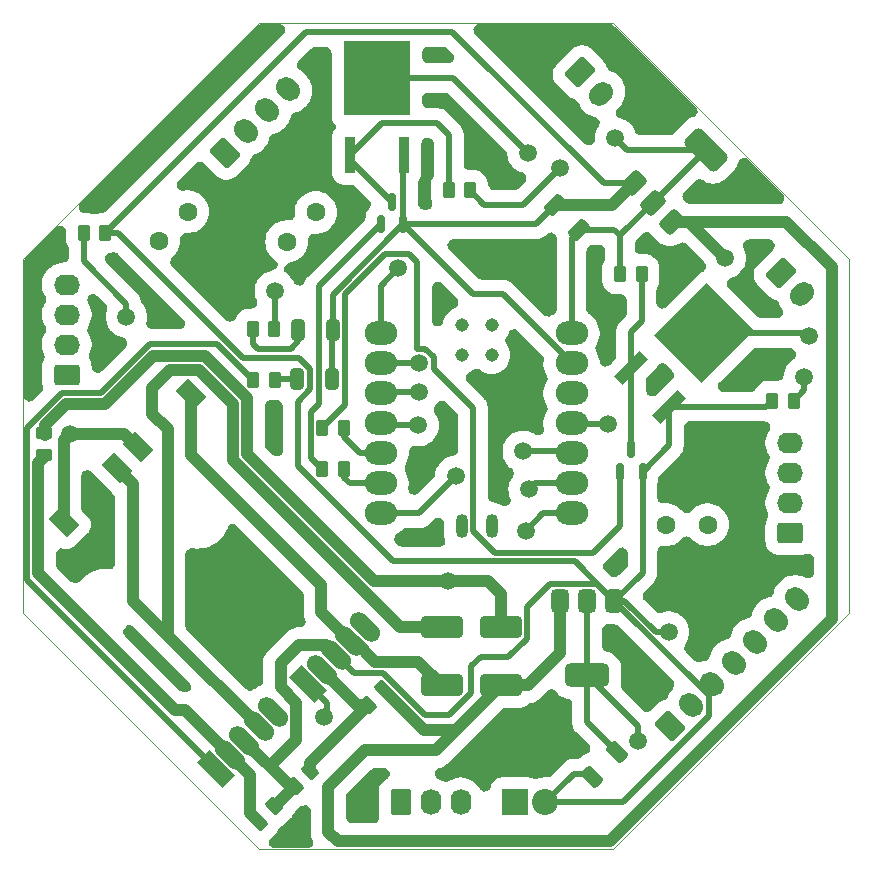
<source format=gbr>
G04 #@! TF.GenerationSoftware,KiCad,Pcbnew,8.0.0*
G04 #@! TF.CreationDate,2024-05-10T10:59:33-04:00*
G04 #@! TF.ProjectId,MainPCBV2,4d61696e-5043-4425-9632-2e6b69636164,rev?*
G04 #@! TF.SameCoordinates,PX7270e00PY7bfa480*
G04 #@! TF.FileFunction,Copper,L1,Top*
G04 #@! TF.FilePolarity,Positive*
%FSLAX45Y45*%
G04 Gerber Fmt 4.5, Leading zero omitted, Abs format (unit mm)*
G04 Created by KiCad (PCBNEW 8.0.0) date 2024-05-10 10:59:33*
%MOMM*%
%LPD*%
G01*
G04 APERTURE LIST*
G04 Aperture macros list*
%AMRoundRect*
0 Rectangle with rounded corners*
0 $1 Rounding radius*
0 $2 $3 $4 $5 $6 $7 $8 $9 X,Y pos of 4 corners*
0 Add a 4 corners polygon primitive as box body*
4,1,4,$2,$3,$4,$5,$6,$7,$8,$9,$2,$3,0*
0 Add four circle primitives for the rounded corners*
1,1,$1+$1,$2,$3*
1,1,$1+$1,$4,$5*
1,1,$1+$1,$6,$7*
1,1,$1+$1,$8,$9*
0 Add four rect primitives between the rounded corners*
20,1,$1+$1,$2,$3,$4,$5,0*
20,1,$1+$1,$4,$5,$6,$7,0*
20,1,$1+$1,$6,$7,$8,$9,0*
20,1,$1+$1,$8,$9,$2,$3,0*%
%AMHorizOval*
0 Thick line with rounded ends*
0 $1 width*
0 $2 $3 position (X,Y) of the first rounded end (center of the circle)*
0 $4 $5 position (X,Y) of the second rounded end (center of the circle)*
0 Add line between two ends*
20,1,$1,$2,$3,$4,$5,0*
0 Add two circle primitives to create the rounded ends*
1,1,$1,$2,$3*
1,1,$1,$4,$5*%
%AMRotRect*
0 Rectangle, with rotation*
0 The origin of the aperture is its center*
0 $1 length*
0 $2 width*
0 $3 Rotation angle, in degrees counterclockwise*
0 Add horizontal line*
21,1,$1,$2,0,0,$3*%
G04 Aperture macros list end*
G04 #@! TA.AperFunction,SMDPad,CuDef*
%ADD10RoundRect,0.250000X-0.132583X0.503814X-0.503814X0.132583X0.132583X-0.503814X0.503814X-0.132583X0*%
G04 #@! TD*
G04 #@! TA.AperFunction,SMDPad,CuDef*
%ADD11RoundRect,0.150000X0.150000X-0.587500X0.150000X0.587500X-0.150000X0.587500X-0.150000X-0.587500X0*%
G04 #@! TD*
G04 #@! TA.AperFunction,SMDPad,CuDef*
%ADD12RoundRect,0.250000X-0.229810X0.689429X-0.689429X0.229810X0.229810X-0.689429X0.689429X-0.229810X0*%
G04 #@! TD*
G04 #@! TA.AperFunction,ComponentPad*
%ADD13RoundRect,0.250000X0.845000X-0.620000X0.845000X0.620000X-0.845000X0.620000X-0.845000X-0.620000X0*%
G04 #@! TD*
G04 #@! TA.AperFunction,ComponentPad*
%ADD14O,2.190000X1.740000*%
G04 #@! TD*
G04 #@! TA.AperFunction,SMDPad,CuDef*
%ADD15RoundRect,0.250000X-0.450000X0.262500X-0.450000X-0.262500X0.450000X-0.262500X0.450000X0.262500X0*%
G04 #@! TD*
G04 #@! TA.AperFunction,SMDPad,CuDef*
%ADD16RoundRect,0.375000X-0.176777X-0.707107X0.707107X0.176777X0.176777X0.707107X-0.707107X-0.176777X0*%
G04 #@! TD*
G04 #@! TA.AperFunction,SMDPad,CuDef*
%ADD17RoundRect,0.500000X0.636396X-1.343503X1.343503X-0.636396X-0.636396X1.343503X-1.343503X0.636396X0*%
G04 #@! TD*
G04 #@! TA.AperFunction,SMDPad,CuDef*
%ADD18RoundRect,0.250000X-0.262500X-0.450000X0.262500X-0.450000X0.262500X0.450000X-0.262500X0.450000X0*%
G04 #@! TD*
G04 #@! TA.AperFunction,SMDPad,CuDef*
%ADD19RoundRect,0.250000X0.262500X0.450000X-0.262500X0.450000X-0.262500X-0.450000X0.262500X-0.450000X0*%
G04 #@! TD*
G04 #@! TA.AperFunction,SMDPad,CuDef*
%ADD20RoundRect,0.375000X-0.375000X0.625000X-0.375000X-0.625000X0.375000X-0.625000X0.375000X0.625000X0*%
G04 #@! TD*
G04 #@! TA.AperFunction,SMDPad,CuDef*
%ADD21RoundRect,0.500000X-1.400000X0.500000X-1.400000X-0.500000X1.400000X-0.500000X1.400000X0.500000X0*%
G04 #@! TD*
G04 #@! TA.AperFunction,ComponentPad*
%ADD22RoundRect,0.250000X0.159099X-1.035911X1.035911X-0.159099X-0.159099X1.035911X-1.035911X0.159099X0*%
G04 #@! TD*
G04 #@! TA.AperFunction,ComponentPad*
%ADD23HorizOval,1.740000X-0.159099X0.159099X0.159099X-0.159099X0*%
G04 #@! TD*
G04 #@! TA.AperFunction,ComponentPad*
%ADD24RotRect,1.500000X3.000000X45.000000*%
G04 #@! TD*
G04 #@! TA.AperFunction,ComponentPad*
%ADD25HorizOval,1.500000X-0.530330X0.530330X0.530330X-0.530330X0*%
G04 #@! TD*
G04 #@! TA.AperFunction,SMDPad,CuDef*
%ADD26RoundRect,0.250000X0.132583X-0.503814X0.503814X-0.132583X-0.132583X0.503814X-0.503814X0.132583X0*%
G04 #@! TD*
G04 #@! TA.AperFunction,SMDPad,CuDef*
%ADD27RoundRect,0.250000X0.689429X0.229810X0.229810X0.689429X-0.689429X-0.229810X-0.229810X-0.689429X0*%
G04 #@! TD*
G04 #@! TA.AperFunction,SMDPad,CuDef*
%ADD28RotRect,3.020000X0.970000X225.000000*%
G04 #@! TD*
G04 #@! TA.AperFunction,SMDPad,CuDef*
%ADD29RotRect,6.320000X5.670000X45.000000*%
G04 #@! TD*
G04 #@! TA.AperFunction,ComponentPad*
%ADD30C,1.600000*%
G04 #@! TD*
G04 #@! TA.AperFunction,ComponentPad*
%ADD31RoundRect,0.250000X-1.035911X-0.159099X-0.159099X-1.035911X1.035911X0.159099X0.159099X1.035911X0*%
G04 #@! TD*
G04 #@! TA.AperFunction,ComponentPad*
%ADD32HorizOval,1.740000X-0.159099X-0.159099X0.159099X0.159099X0*%
G04 #@! TD*
G04 #@! TA.AperFunction,ComponentPad*
%ADD33RoundRect,0.250000X-0.620000X-0.845000X0.620000X-0.845000X0.620000X0.845000X-0.620000X0.845000X0*%
G04 #@! TD*
G04 #@! TA.AperFunction,ComponentPad*
%ADD34O,1.740000X2.190000*%
G04 #@! TD*
G04 #@! TA.AperFunction,ComponentPad*
%ADD35R,2.200000X2.200000*%
G04 #@! TD*
G04 #@! TA.AperFunction,ComponentPad*
%ADD36C,2.200000*%
G04 #@! TD*
G04 #@! TA.AperFunction,SMDPad,CuDef*
%ADD37RotRect,1.500000X2.200000X45.000000*%
G04 #@! TD*
G04 #@! TA.AperFunction,SMDPad,CuDef*
%ADD38RoundRect,0.250000X-0.325000X-0.650000X0.325000X-0.650000X0.325000X0.650000X-0.325000X0.650000X0*%
G04 #@! TD*
G04 #@! TA.AperFunction,SMDPad,CuDef*
%ADD39RoundRect,0.250000X1.500000X0.650000X-1.500000X0.650000X-1.500000X-0.650000X1.500000X-0.650000X0*%
G04 #@! TD*
G04 #@! TA.AperFunction,SMDPad,CuDef*
%ADD40O,2.748280X1.998980*%
G04 #@! TD*
G04 #@! TA.AperFunction,SMDPad,CuDef*
%ADD41O,1.016000X2.032000*%
G04 #@! TD*
G04 #@! TA.AperFunction,SMDPad,CuDef*
%ADD42C,1.143000*%
G04 #@! TD*
G04 #@! TA.AperFunction,SMDPad,CuDef*
%ADD43R,0.970000X3.020000*%
G04 #@! TD*
G04 #@! TA.AperFunction,SMDPad,CuDef*
%ADD44R,5.670000X6.320000*%
G04 #@! TD*
G04 #@! TA.AperFunction,ViaPad*
%ADD45C,1.500000*%
G04 #@! TD*
G04 #@! TA.AperFunction,Conductor*
%ADD46C,0.500000*%
G04 #@! TD*
G04 #@! TA.AperFunction,Conductor*
%ADD47C,1.000000*%
G04 #@! TD*
G04 #@! TA.AperFunction,Profile*
%ADD48C,0.100000*%
G04 #@! TD*
G04 APERTURE END LIST*
D10*
X2129047Y364523D03*
X2000000Y235476D03*
X3054523Y1354524D03*
X2925476Y1225477D03*
D11*
X5060000Y3200000D03*
X5250000Y3200000D03*
X5155000Y3387500D03*
D12*
X5034298Y824298D03*
X4825702Y615702D03*
D13*
X6500000Y2678000D03*
D14*
X6500000Y2932000D03*
X6500000Y3186000D03*
X6500000Y3440000D03*
D15*
X180000Y3522500D03*
X180000Y3340000D03*
D16*
X5174627Y5639896D03*
X5337261Y5477261D03*
D17*
X5782739Y5922739D03*
D16*
X5499896Y5314627D03*
D18*
X2538750Y3220000D03*
X2721250Y3220000D03*
D19*
X3791250Y5580000D03*
X3608750Y5580000D03*
D18*
X5058750Y4870000D03*
X5241250Y4870000D03*
D20*
X5010000Y2105000D03*
X4780000Y2105000D03*
D21*
X4780000Y1475000D03*
D20*
X4550000Y2105000D03*
D22*
X1710790Y5900790D03*
D23*
X1890395Y6080395D03*
X2070000Y6260000D03*
X2249605Y6439605D03*
D24*
X1637624Y681544D03*
D25*
X1757832Y801752D03*
X1878040Y921960D03*
X1998248Y1042168D03*
X2118456Y1162376D03*
D19*
X701250Y5220000D03*
X518750Y5220000D03*
X2136250Y3975000D03*
X1953750Y3975000D03*
D26*
X2305477Y535477D03*
X2434524Y664524D03*
D27*
X4714298Y5245702D03*
X4505702Y5454298D03*
D28*
X5149149Y4072438D03*
X5472438Y3749149D03*
D29*
X5772534Y4372534D03*
D30*
X2483744Y5393744D03*
X2236256Y5146256D03*
D31*
X6420395Y4879605D03*
D32*
X6600000Y4700000D03*
D33*
X3202000Y400000D03*
D34*
X3456000Y400000D03*
X3710000Y400000D03*
D18*
X2537500Y3570000D03*
X2720000Y3570000D03*
D35*
X4173000Y400000D03*
D36*
X4427000Y400000D03*
D31*
X4720395Y6579605D03*
D32*
X4900000Y6400000D03*
D37*
X347452Y2773726D03*
X800000Y3226274D03*
D38*
X2331250Y4400000D03*
X2626250Y4400000D03*
D11*
X3035000Y5292500D03*
X3225000Y5292500D03*
X3130000Y5480000D03*
D39*
X4050000Y1880000D03*
X3550000Y1880000D03*
D22*
X5481185Y1041185D03*
D23*
X5660790Y1220790D03*
X5840395Y1400395D03*
X6020000Y1580000D03*
X6199605Y1759605D03*
X6379210Y1939210D03*
X6558815Y2118815D03*
D30*
X5450000Y2750000D03*
X5800000Y2750000D03*
X1152513Y5152513D03*
X1400000Y5400000D03*
D18*
X1948750Y4410000D03*
X2131250Y4410000D03*
X6348750Y3800000D03*
X6531250Y3800000D03*
D39*
X4050000Y1390000D03*
X3550000Y1390000D03*
D40*
X3031871Y4370000D03*
X3031871Y4116000D03*
X3031871Y3862000D03*
X3031871Y3608000D03*
X3031871Y3354000D03*
X3031871Y3100000D03*
X3031871Y2846000D03*
X4648327Y2846000D03*
X4648327Y3100000D03*
X4648327Y3354000D03*
X4648327Y3608000D03*
X4648327Y3862000D03*
X4648327Y4116000D03*
X4648327Y4370000D03*
D41*
X3718559Y2738218D03*
X3973559Y2738218D03*
D42*
X3718439Y4438637D03*
X3972439Y4438637D03*
X3718439Y4184637D03*
X3972439Y4184637D03*
D24*
X2415779Y1403389D03*
D25*
X2535987Y1523597D03*
X2656195Y1643805D03*
X2776403Y1764013D03*
X2896611Y1884221D03*
D37*
X973726Y3403726D03*
X1426274Y3856274D03*
D13*
X375000Y4021000D03*
D14*
X375000Y4275000D03*
X375000Y4529000D03*
X375000Y4783000D03*
D38*
X2321250Y3980000D03*
X2616250Y3980000D03*
D43*
X2771400Y5881000D03*
X3228600Y5881000D03*
D44*
X3000000Y6534000D03*
D45*
X5470000Y1840000D03*
X400000Y3520000D03*
X3600000Y2270000D03*
X3360000Y3870000D03*
X880000Y4510000D03*
X3350000Y3590000D03*
X5950000Y5010000D03*
X5210000Y920000D03*
X3180000Y4920000D03*
X3670000Y3160000D03*
X4260000Y2700000D03*
X5020000Y6020000D03*
X4550000Y5770000D03*
X3360000Y4120000D03*
X6660000Y4350000D03*
X4280000Y5900000D03*
X2550000Y1120000D03*
X2140000Y4730000D03*
X6620000Y4000000D03*
X4960000Y3600000D03*
X4290000Y3050000D03*
X4240000Y3370000D03*
D46*
X4064327Y4700000D02*
X3817500Y4700000D01*
X4270000Y2050000D02*
X4270000Y1785312D01*
X5010000Y2105000D02*
X4865000Y2250000D01*
X3614688Y1140000D02*
X3405165Y1140000D01*
X4865000Y2250000D02*
X4470000Y2250000D01*
X3225000Y5292500D02*
X4343903Y5292500D01*
X2805000Y1495000D02*
X2656195Y1643805D01*
X3140000Y2440000D02*
X2330000Y3250000D01*
X3223505Y5292500D02*
X3225000Y5292500D01*
X5808700Y1128700D02*
X5080000Y400000D01*
X3405165Y1140000D02*
X3050165Y1495000D01*
X5360000Y1840000D02*
X5095000Y2105000D01*
D47*
X2316489Y926489D02*
X2095000Y705000D01*
D46*
X5010000Y2105000D02*
X4675000Y2440000D01*
X5250000Y2345000D02*
X5250000Y3200000D01*
X2338438Y4160000D02*
X1870000Y4160000D01*
X2626250Y4695245D02*
X3223505Y5292500D01*
X5470000Y1840000D02*
X5360000Y1840000D01*
X5472438Y3422438D02*
X5472438Y3749149D01*
X3880000Y1630000D02*
X3800000Y1550000D01*
D47*
X2570000Y1730000D02*
X2340000Y1730000D01*
D46*
X3800000Y1325312D02*
X3614688Y1140000D01*
D47*
X2264524Y535477D02*
X1878040Y921960D01*
D46*
X2330000Y3250000D02*
X2330000Y3791562D01*
X4427000Y400000D02*
X4667000Y640000D01*
X5010000Y2105000D02*
X5808700Y1306300D01*
X4648327Y4116000D02*
X4064327Y4700000D01*
X4675000Y2440000D02*
X3140000Y2440000D01*
D47*
X2186680Y1576680D02*
X2186680Y1373320D01*
D46*
X4920104Y5639896D02*
X5174627Y5639896D01*
D47*
X2316489Y1243511D02*
X2316489Y926489D01*
D46*
X3817500Y4700000D02*
X3225000Y5292500D01*
D47*
X2656195Y1643805D02*
X2570000Y1730000D01*
X2186680Y1373320D02*
X2316489Y1243511D01*
D46*
X4667000Y640000D02*
X4810000Y640000D01*
X2616250Y4390000D02*
X2626250Y4400000D01*
D47*
X2134524Y364523D02*
X2305477Y535477D01*
D46*
X1870000Y4160000D02*
X810000Y5220000D01*
X3050165Y1495000D02*
X2805000Y1495000D01*
X4343903Y5292500D02*
X4505702Y5454298D01*
X2433750Y4064688D02*
X2338438Y4160000D01*
D47*
X4505702Y5454298D02*
X4989029Y5454298D01*
X2129047Y364523D02*
X2134524Y364523D01*
D46*
X4114688Y1630000D02*
X3880000Y1630000D01*
X5080000Y400000D02*
X4427000Y400000D01*
X5095000Y2105000D02*
X5010000Y2105000D01*
X5472438Y3749149D02*
X6297899Y3749149D01*
X2626250Y4400000D02*
X2626250Y4695245D01*
X3640000Y6920000D02*
X4920104Y5639896D01*
X6297899Y3749149D02*
X6348750Y3800000D01*
X3225000Y5877400D02*
X3228600Y5881000D01*
X2330000Y3791562D02*
X2433750Y3895312D01*
X2433750Y3895312D02*
X2433750Y4064688D01*
X701250Y5220000D02*
X2401250Y6920000D01*
D47*
X2340000Y1730000D02*
X2186680Y1576680D01*
X2305477Y535477D02*
X2264524Y535477D01*
D46*
X5250000Y3200000D02*
X5472438Y3422438D01*
X2401250Y6920000D02*
X3640000Y6920000D01*
X3800000Y1550000D02*
X3800000Y1325312D01*
X3225000Y5292500D02*
X3225000Y5877400D01*
X5010000Y2105000D02*
X5250000Y2345000D01*
D47*
X4989029Y5454298D02*
X5174627Y5639896D01*
D46*
X5808700Y1306300D02*
X5808700Y1128700D01*
X810000Y5220000D02*
X701250Y5220000D01*
X2616250Y3980000D02*
X2616250Y4390000D01*
X4270000Y1785312D02*
X4114688Y1630000D01*
X4470000Y2250000D02*
X4270000Y2050000D01*
D47*
X400000Y3520000D02*
X857452Y3520000D01*
X857452Y3520000D02*
X973726Y3403726D01*
X347452Y2773726D02*
X347452Y3467452D01*
X347452Y3467452D02*
X400000Y3520000D01*
D46*
X1990000Y4240000D02*
X2270000Y4240000D01*
X2331250Y4301250D02*
X2331250Y4400000D01*
X1948750Y4410000D02*
X1948750Y4281250D01*
X2270000Y4240000D02*
X2331250Y4301250D01*
X1948750Y4281250D02*
X1990000Y4240000D01*
D47*
X700000Y3770000D02*
X370000Y3770000D01*
X3940000Y2270000D02*
X3600000Y2270000D01*
X2979706Y2270000D02*
X1900000Y3349706D01*
X1900000Y3349706D02*
X1900000Y3819706D01*
X1542617Y4177089D02*
X1107089Y4177089D01*
X4050000Y1880000D02*
X4050000Y2160000D01*
X1900000Y3819706D02*
X1542617Y4177089D01*
X370000Y3770000D02*
X190000Y3590000D01*
X4050000Y2160000D02*
X3940000Y2270000D01*
X1107089Y4177089D02*
X700000Y3770000D01*
X3600000Y2270000D02*
X2979706Y2270000D01*
X190000Y3590000D02*
X190000Y3512500D01*
D46*
X2141250Y3980000D02*
X2136250Y3975000D01*
X2321250Y3980000D02*
X2141250Y3980000D01*
D47*
X2985772Y1590000D02*
X3350000Y1590000D01*
X2811759Y1764013D02*
X2985772Y1590000D01*
X3350000Y1590000D02*
X3550000Y1390000D01*
X2776403Y1764013D02*
X2811759Y1764013D01*
X2530000Y2010416D02*
X2776403Y1764013D01*
X1426274Y3856274D02*
X1426274Y3343726D01*
X2530000Y2240000D02*
X2530000Y2010416D01*
X1426274Y3343726D02*
X2530000Y2240000D01*
X1230000Y1810416D02*
X1230000Y3560000D01*
X3200000Y1880000D02*
X3550000Y1880000D01*
X1100000Y3690000D02*
X1100000Y3910000D01*
X935000Y2105416D02*
X1255208Y1785208D01*
X800000Y3226274D02*
X935000Y3091274D01*
X1230000Y3560000D02*
X1100000Y3690000D01*
X935000Y3091274D02*
X935000Y2105416D01*
X1780000Y3300000D02*
X3200000Y1880000D01*
X1492911Y4057089D02*
X1780000Y3770000D01*
X1780000Y3770000D02*
X1780000Y3300000D01*
X1100000Y3910000D02*
X1247089Y4057089D01*
X1255208Y1785208D02*
X1230000Y1810416D01*
X1255208Y1785208D02*
X1998248Y1042168D01*
X1247089Y4057089D02*
X1492911Y4057089D01*
D46*
X3360000Y3870000D02*
X3039871Y3870000D01*
X3039871Y3870000D02*
X3031871Y3862000D01*
X518750Y4981250D02*
X518750Y5220000D01*
X880000Y4510000D02*
X880000Y4620000D01*
X880000Y4620000D02*
X518750Y4981250D01*
X3350000Y3590000D02*
X3049871Y3590000D01*
X3049871Y3590000D02*
X3031871Y3608000D01*
D47*
X4280000Y1390000D02*
X4050000Y1390000D01*
X3399047Y1010000D02*
X3670000Y1010000D01*
X4050000Y1390000D02*
X3500000Y840000D01*
X3500000Y840000D02*
X2900000Y840000D01*
X3670000Y1010000D02*
X4050000Y1390000D01*
X2900000Y840000D02*
X2590000Y530000D01*
X4970000Y70000D02*
X6850000Y1950000D01*
X2590000Y530000D02*
X2590000Y150000D01*
X4550000Y1660000D02*
X4280000Y1390000D01*
X4550000Y2105000D02*
X4550000Y1660000D01*
X3054523Y1354524D02*
X3399047Y1010000D01*
X6850000Y1950000D02*
X6850000Y4930000D01*
X5499896Y5314627D02*
X5645373Y5314627D01*
X5645373Y5314627D02*
X5950000Y5010000D01*
X6465373Y5314627D02*
X5499896Y5314627D01*
X2590000Y150000D02*
X2670000Y70000D01*
X2670000Y70000D02*
X4970000Y70000D01*
X6850000Y4930000D02*
X6465373Y5314627D01*
D46*
X5210000Y1045000D02*
X4780000Y1475000D01*
X4780000Y1475000D02*
X4780000Y1078597D01*
X4780000Y2105000D02*
X4780000Y1475000D01*
X4780000Y1078597D02*
X5034298Y824298D01*
X5210000Y920000D02*
X5210000Y1045000D01*
X3031871Y4771871D02*
X3180000Y4920000D01*
X3031871Y4370000D02*
X3031871Y4771871D01*
X2720000Y3570000D02*
X2720000Y3490000D01*
X2720000Y3490000D02*
X2856000Y3354000D01*
X2856000Y3354000D02*
X3031871Y3354000D01*
X2770000Y3100000D02*
X3031871Y3100000D01*
X2721250Y3220000D02*
X2721250Y3148750D01*
X2721250Y3148750D02*
X2770000Y3100000D01*
X3031871Y2846000D02*
X3356000Y2846000D01*
X3356000Y2846000D02*
X3670000Y3160000D01*
X4406000Y2846000D02*
X4648327Y2846000D01*
X4712327Y2910000D02*
X4648327Y2846000D01*
X4260000Y2700000D02*
X4406000Y2846000D01*
X3911250Y5460000D02*
X4240000Y5460000D01*
X5058750Y5198750D02*
X5337261Y5477261D01*
X4714298Y5245702D02*
X4648327Y5179730D01*
X5058750Y4870000D02*
X5058750Y5198750D01*
X5011798Y5245702D02*
X5058750Y5198750D01*
X5117261Y5922739D02*
X5782739Y5922739D01*
X3791250Y5580000D02*
X3911250Y5460000D01*
X4648327Y5179730D02*
X4648327Y4370000D01*
X5020000Y6020000D02*
X5117261Y5922739D01*
X4714298Y5245702D02*
X5011798Y5245702D01*
X5782739Y5922739D02*
X5337261Y5477261D01*
X4240000Y5460000D02*
X4550000Y5770000D01*
X3360000Y4120000D02*
X3035871Y4120000D01*
X3035871Y4120000D02*
X3031871Y4116000D01*
X5772534Y4372534D02*
X6637466Y4372534D01*
X6637466Y4372534D02*
X6660000Y4350000D01*
X3646000Y6534000D02*
X4280000Y5900000D01*
X3000000Y6534000D02*
X3646000Y6534000D01*
X5155000Y3387500D02*
X5155000Y4066587D01*
X5149149Y4379149D02*
X5241250Y4471250D01*
X5241250Y4471250D02*
X5241250Y4870000D01*
X5149149Y4072438D02*
X5149149Y4379149D01*
X5155000Y4066587D02*
X5149149Y4072438D01*
X3510000Y6150000D02*
X3608750Y6051250D01*
X3608750Y6051250D02*
X3608750Y5580000D01*
X3040400Y6150000D02*
X3510000Y6150000D01*
X3130000Y5480000D02*
X2771400Y5838600D01*
X2771400Y5881000D02*
X3040400Y6150000D01*
X2771400Y5838600D02*
X2771400Y5881000D01*
X2538750Y3220000D02*
X2441250Y3317500D01*
X2510000Y3770000D02*
X2510000Y4767500D01*
X2510000Y4767500D02*
X3035000Y5292500D01*
X2441250Y3317500D02*
X2441250Y3701250D01*
X2441250Y3701250D02*
X2510000Y3770000D01*
X3814359Y3735935D02*
X3814359Y2695641D01*
X3814359Y2695641D02*
X4000000Y2510000D01*
X4830000Y2510000D02*
X5060000Y2740000D01*
X3340000Y4970000D02*
X3340000Y4240000D01*
X3340000Y4240000D02*
X3409706Y4240000D01*
X3070000Y5040000D02*
X3270000Y5040000D01*
X5060000Y2740000D02*
X5060000Y3200000D01*
X2730000Y3762500D02*
X2730000Y4700000D01*
X3409706Y4240000D02*
X3480000Y4169706D01*
X3480000Y4070294D02*
X3814359Y3735935D01*
X2537500Y3570000D02*
X2730000Y3762500D01*
X2730000Y4700000D02*
X3070000Y5040000D01*
X3270000Y5040000D02*
X3340000Y4970000D01*
X4000000Y2510000D02*
X4830000Y2510000D01*
X3480000Y4169706D02*
X3480000Y4070294D01*
X2140000Y4418750D02*
X2131250Y4410000D01*
X2580000Y1150000D02*
X2550000Y1120000D01*
X2415779Y1403389D02*
X2416611Y1403389D01*
X2580000Y1240000D02*
X2580000Y1150000D01*
X2140000Y4730000D02*
X2140000Y4418750D01*
X2416611Y1403389D02*
X2580000Y1240000D01*
D47*
X2434524Y734523D02*
X2925476Y1225477D01*
X2925476Y1225477D02*
X2834107Y1225477D01*
X2434524Y664524D02*
X2434524Y734523D01*
X2834107Y1225477D02*
X2535987Y1523597D01*
X1930000Y629584D02*
X1757832Y801752D01*
X130000Y3270000D02*
X130000Y2337660D01*
X1930000Y305477D02*
X1930000Y629584D01*
X1379584Y1180000D02*
X1757832Y801752D01*
X1287660Y1180000D02*
X1379584Y1180000D01*
X130000Y2337660D02*
X1287660Y1180000D01*
X2000000Y235476D02*
X1930000Y305477D01*
X190000Y3330000D02*
X130000Y3270000D01*
D46*
X6531250Y3431250D02*
X6500000Y3400000D01*
X6620000Y4000000D02*
X6620000Y3888750D01*
X6620000Y3888750D02*
X6531250Y3800000D01*
X1648750Y4280000D02*
X1953750Y3975000D01*
X1637624Y681544D02*
X35000Y2284167D01*
X35000Y3569350D02*
X330650Y3865000D01*
X35000Y2284167D02*
X35000Y3569350D01*
X330650Y3865000D02*
X660650Y3865000D01*
X660650Y3865000D02*
X1075650Y4280000D01*
X1075650Y4280000D02*
X1648750Y4280000D01*
X4656327Y3600000D02*
X4648327Y3608000D01*
X4960000Y3600000D02*
X4656327Y3600000D01*
X4340000Y3100000D02*
X4290000Y3050000D01*
X4648327Y3100000D02*
X4340000Y3100000D01*
X4632327Y3370000D02*
X4648327Y3354000D01*
X4240000Y3370000D02*
X4632327Y3370000D01*
G04 #@! TA.AperFunction,NonConductor*
G36*
X3581592Y6792929D02*
G01*
X3594511Y6787029D01*
X3602818Y6780335D01*
X3638918Y6744235D01*
X3647429Y6732865D01*
X3652393Y6719557D01*
X3653406Y6705390D01*
X3650387Y6691512D01*
X3643580Y6679046D01*
X3633537Y6669003D01*
X3621072Y6662196D01*
X3607193Y6659177D01*
X3603633Y6659050D01*
X3433450Y6659050D01*
X3419391Y6661071D01*
X3406472Y6666971D01*
X3395738Y6676272D01*
X3388059Y6688221D01*
X3384058Y6701849D01*
X3383550Y6708950D01*
X3383550Y6745050D01*
X3385571Y6759108D01*
X3391471Y6772028D01*
X3400772Y6782762D01*
X3412721Y6790441D01*
X3426348Y6794442D01*
X3433450Y6794950D01*
X3567533Y6794950D01*
X3581592Y6792929D01*
G37*
G04 #@! TD.AperFunction*
G04 #@! TA.AperFunction,NonConductor*
G36*
X4989227Y6987929D02*
G01*
X5002146Y6982029D01*
X5010453Y6975335D01*
X5700737Y6285050D01*
X5709249Y6273680D01*
X5714212Y6260372D01*
X5715225Y6246206D01*
X5712206Y6232327D01*
X5705399Y6219861D01*
X5695356Y6209818D01*
X5682891Y6203012D01*
X5677702Y6201392D01*
X5670211Y6199495D01*
X5647438Y6189506D01*
X5647438Y6189506D01*
X5626621Y6175905D01*
X5626620Y6175905D01*
X5618855Y6169047D01*
X5536430Y6086623D01*
X5529573Y6078858D01*
X5529572Y6078856D01*
X5524044Y6070396D01*
X5514663Y6059732D01*
X5502657Y6052143D01*
X5489000Y6048244D01*
X5482270Y6047789D01*
X5231164Y6047789D01*
X5217106Y6049810D01*
X5204186Y6055710D01*
X5193452Y6065011D01*
X5185774Y6076959D01*
X5184714Y6079458D01*
X5178157Y6096163D01*
X5178157Y6096164D01*
X5178157Y6096164D01*
X5165039Y6118886D01*
X5148681Y6139398D01*
X5148088Y6139948D01*
X5129448Y6157243D01*
X5107771Y6172022D01*
X5107771Y6172022D01*
X5107770Y6172023D01*
X5093073Y6179101D01*
X5084133Y6183406D01*
X5084133Y6183406D01*
X5084132Y6183406D01*
X5079535Y6184824D01*
X5059177Y6191104D01*
X5046339Y6197179D01*
X5035732Y6206626D01*
X5028217Y6218677D01*
X5024401Y6232358D01*
X5024594Y6246560D01*
X5028781Y6260132D01*
X5036621Y6271975D01*
X5038599Y6274070D01*
X5056843Y6292315D01*
X5071770Y6311767D01*
X5084030Y6333002D01*
X5093413Y6355656D01*
X5099759Y6379340D01*
X5102960Y6403650D01*
X5102960Y6428170D01*
X5099759Y6452480D01*
X5093413Y6476164D01*
X5084030Y6498817D01*
X5071770Y6520052D01*
X5056844Y6539504D01*
X5056843Y6539506D01*
X5039506Y6556843D01*
X5039504Y6556844D01*
X5020052Y6571770D01*
X4998817Y6584030D01*
X4974655Y6594038D01*
X4974787Y6594357D01*
X4964932Y6599377D01*
X4954605Y6609128D01*
X4947444Y6621393D01*
X4945577Y6626889D01*
X4945017Y6628918D01*
X4943478Y6633018D01*
X4937108Y6649991D01*
X4932804Y6657194D01*
X4925563Y6669314D01*
X4925563Y6669314D01*
X4925563Y6669315D01*
X4916951Y6679398D01*
X4894500Y6701849D01*
X4820189Y6776159D01*
X4820187Y6776162D01*
X4810104Y6784773D01*
X4803287Y6788846D01*
X4790781Y6796318D01*
X4783757Y6798954D01*
X4769708Y6804227D01*
X4769707Y6804227D01*
X4747560Y6808246D01*
X4725050Y6808246D01*
X4713976Y6806237D01*
X4702902Y6804227D01*
X4702902Y6804227D01*
X4681828Y6796318D01*
X4681828Y6796318D01*
X4662506Y6784773D01*
X4662505Y6784772D01*
X4652423Y6776161D01*
X4652421Y6776160D01*
X4523841Y6647580D01*
X4523838Y6647577D01*
X4515227Y6637495D01*
X4503682Y6618171D01*
X4495773Y6597098D01*
X4495773Y6597098D01*
X4491754Y6574950D01*
X4491754Y6552441D01*
X4495773Y6530293D01*
X4495773Y6530292D01*
X4503682Y6509219D01*
X4503682Y6509219D01*
X4515227Y6489897D01*
X4515227Y6489896D01*
X4515227Y6489896D01*
X4523839Y6479812D01*
X4523840Y6479811D01*
X4523840Y6479811D01*
X4620601Y6383051D01*
X4620603Y6383049D01*
X4624945Y6379340D01*
X4630685Y6374437D01*
X4650009Y6362892D01*
X4671083Y6354983D01*
X4671083Y6354983D01*
X4673111Y6354423D01*
X4686125Y6348735D01*
X4697009Y6339610D01*
X4704882Y6327789D01*
X4705889Y6325315D01*
X4705962Y6325345D01*
X4715970Y6301183D01*
X4728230Y6279948D01*
X4743156Y6260496D01*
X4743157Y6260494D01*
X4760494Y6243157D01*
X4760496Y6243156D01*
X4779948Y6228230D01*
X4801183Y6215970D01*
X4823836Y6206587D01*
X4849098Y6199818D01*
X4849039Y6199598D01*
X4860221Y6195654D01*
X4871742Y6187348D01*
X4880456Y6176132D01*
X4885657Y6162916D01*
X4886924Y6148769D01*
X4884154Y6134839D01*
X4877572Y6122253D01*
X4876109Y6120325D01*
X4874962Y6118886D01*
X4874961Y6118885D01*
X4861843Y6096164D01*
X4861843Y6096163D01*
X4852258Y6071742D01*
X4852258Y6071742D01*
X4851951Y6070396D01*
X4846420Y6046163D01*
X4844792Y6024442D01*
X4844459Y6020000D01*
X4844747Y6016159D01*
X4843782Y6001988D01*
X4838864Y5988664D01*
X4830391Y5977265D01*
X4819049Y5968715D01*
X4805759Y5963707D01*
X4791595Y5962646D01*
X4777707Y5965618D01*
X4765218Y5972382D01*
X4759702Y5977146D01*
X3832082Y6904765D01*
X3823570Y6916135D01*
X3818607Y6929443D01*
X3817594Y6943610D01*
X3820613Y6957488D01*
X3827420Y6969954D01*
X3837463Y6979997D01*
X3849928Y6986804D01*
X3863807Y6989823D01*
X3867367Y6989950D01*
X4975168Y6989950D01*
X4989227Y6987929D01*
G37*
G04 #@! TD.AperFunction*
G04 #@! TA.AperFunction,NonConductor*
G36*
X3587592Y6406929D02*
G01*
X3600511Y6401029D01*
X3608818Y6394335D01*
X4091473Y5911680D01*
X4099984Y5900310D01*
X4104948Y5887002D01*
X4105948Y5880125D01*
X4106420Y5873837D01*
X4106420Y5873837D01*
X4112258Y5848258D01*
X4112258Y5848258D01*
X4121842Y5823837D01*
X4121843Y5823836D01*
X4121843Y5823836D01*
X4134961Y5801114D01*
X4134962Y5801114D01*
X4134962Y5801113D01*
X4135230Y5800777D01*
X4145868Y5787438D01*
X4151320Y5780602D01*
X4170552Y5762757D01*
X4177571Y5757971D01*
X4192230Y5747977D01*
X4215868Y5736594D01*
X4231409Y5731800D01*
X4244247Y5725725D01*
X4254853Y5716279D01*
X4262369Y5704227D01*
X4266184Y5690546D01*
X4265991Y5676344D01*
X4261805Y5662772D01*
X4253964Y5650930D01*
X4251985Y5648832D01*
X4235909Y5632757D01*
X4202818Y5599665D01*
X4191448Y5591154D01*
X4178140Y5586190D01*
X4167533Y5585050D01*
X3992326Y5585050D01*
X3978268Y5587071D01*
X3965348Y5592971D01*
X3954615Y5602272D01*
X3946936Y5614221D01*
X3942934Y5627848D01*
X3942580Y5631035D01*
X3942142Y5636610D01*
X3941510Y5644641D01*
X3936010Y5666468D01*
X3926701Y5686962D01*
X3926701Y5686962D01*
X3913882Y5705465D01*
X3913881Y5705466D01*
X3897966Y5721381D01*
X3897965Y5721382D01*
X3879462Y5734201D01*
X3865800Y5740407D01*
X3858968Y5743510D01*
X3837141Y5749010D01*
X3823922Y5750050D01*
X3823921Y5750050D01*
X3783700Y5750050D01*
X3769641Y5752071D01*
X3756722Y5757971D01*
X3745988Y5767272D01*
X3738309Y5779221D01*
X3734308Y5792848D01*
X3733800Y5799950D01*
X3733800Y6061092D01*
X3732113Y6071742D01*
X3730721Y6080533D01*
X3728509Y6087341D01*
X3728220Y6088230D01*
X3724639Y6099252D01*
X3724639Y6099252D01*
X3724638Y6099253D01*
X3715702Y6116790D01*
X3704133Y6132715D01*
X3591465Y6245383D01*
X3575540Y6256952D01*
X3575540Y6256953D01*
X3575540Y6256953D01*
X3558003Y6265888D01*
X3558003Y6265888D01*
X3558003Y6265888D01*
X3558002Y6265889D01*
X3558001Y6265889D01*
X3539283Y6271971D01*
X3539282Y6271971D01*
X3519842Y6275050D01*
X3519842Y6275050D01*
X3433450Y6275050D01*
X3419391Y6277071D01*
X3406472Y6282971D01*
X3395738Y6292272D01*
X3388059Y6304221D01*
X3384058Y6317848D01*
X3383550Y6324950D01*
X3383550Y6359050D01*
X3385571Y6373109D01*
X3391471Y6386028D01*
X3400772Y6396762D01*
X3412721Y6404441D01*
X3426348Y6408442D01*
X3433450Y6408950D01*
X3573533Y6408950D01*
X3587592Y6406929D01*
G37*
G04 #@! TD.AperFunction*
G04 #@! TA.AperFunction,NonConductor*
G36*
X6128774Y5851590D02*
G01*
X6141002Y5844366D01*
X6145050Y5840737D01*
X6435926Y5549861D01*
X6444437Y5538491D01*
X6449401Y5525184D01*
X6450414Y5511017D01*
X6447395Y5497139D01*
X6440588Y5484673D01*
X6430545Y5474630D01*
X6418079Y5467823D01*
X6404201Y5464804D01*
X6400641Y5464677D01*
X5653429Y5464677D01*
X5639370Y5466698D01*
X5626451Y5472598D01*
X5618144Y5479292D01*
X5608218Y5489219D01*
X5608216Y5489221D01*
X5604090Y5492930D01*
X5594987Y5503833D01*
X5589325Y5516858D01*
X5587562Y5530952D01*
X5589840Y5544971D01*
X5595976Y5557780D01*
X5602168Y5565321D01*
X5696529Y5659681D01*
X5707898Y5668192D01*
X5721206Y5673156D01*
X5735372Y5674169D01*
X5749251Y5671150D01*
X5759105Y5666171D01*
X5774716Y5655972D01*
X5774717Y5655971D01*
X5774717Y5655971D01*
X5797490Y5645982D01*
X5821596Y5639877D01*
X5846378Y5637824D01*
X5871160Y5639877D01*
X5895266Y5645982D01*
X5918039Y5655971D01*
X5938857Y5669572D01*
X5946622Y5676429D01*
X6029048Y5758855D01*
X6035905Y5766620D01*
X6049506Y5787438D01*
X6059495Y5810211D01*
X6061392Y5817703D01*
X6066803Y5830834D01*
X6075694Y5841910D01*
X6087345Y5850032D01*
X6100813Y5854543D01*
X6115006Y5855077D01*
X6128774Y5851590D01*
G37*
G04 #@! TD.AperFunction*
G04 #@! TA.AperFunction,NonConductor*
G36*
X3447858Y6022929D02*
G01*
X3460778Y6017029D01*
X3471512Y6007728D01*
X3479191Y5995779D01*
X3483192Y5982151D01*
X3483700Y5975050D01*
X3483700Y5717572D01*
X3481679Y5703513D01*
X3475779Y5690594D01*
X3474818Y5689155D01*
X3473299Y5686962D01*
X3470034Y5679773D01*
X3462379Y5667809D01*
X3461617Y5667146D01*
X3460957Y5654697D01*
X3460398Y5652211D01*
X3458490Y5644642D01*
X3458490Y5644642D01*
X3458490Y5644641D01*
X3458490Y5644641D01*
X3457954Y5637824D01*
X3457450Y5631422D01*
X3457450Y5528579D01*
X3457450Y5528577D01*
X3458490Y5515359D01*
X3458490Y5515359D01*
X3458490Y5515359D01*
X3460885Y5505855D01*
X3463081Y5497139D01*
X3463990Y5493532D01*
X3466464Y5488086D01*
X3470437Y5474451D01*
X3470408Y5460248D01*
X3466379Y5446628D01*
X3458676Y5434696D01*
X3447923Y5425416D01*
X3434991Y5419543D01*
X3421031Y5417550D01*
X3399950Y5417550D01*
X3385891Y5419571D01*
X3372972Y5425471D01*
X3362238Y5434772D01*
X3354559Y5446721D01*
X3350558Y5460349D01*
X3350050Y5467450D01*
X3350050Y5643379D01*
X3352071Y5657438D01*
X3357971Y5670357D01*
X3360844Y5674317D01*
X3361069Y5674659D01*
X3361069Y5674659D01*
X3361070Y5674659D01*
X3367781Y5687507D01*
X3375214Y5697828D01*
X3375194Y5707411D01*
X3375727Y5709913D01*
X3375655Y5709926D01*
X3376088Y5712258D01*
X3376088Y5712258D01*
X3376089Y5712258D01*
X3377150Y5724196D01*
X3377150Y5975050D01*
X3379171Y5989108D01*
X3385071Y6002028D01*
X3394372Y6012762D01*
X3406321Y6020441D01*
X3419948Y6024442D01*
X3427050Y6024950D01*
X3433800Y6024950D01*
X3447858Y6022929D01*
G37*
G04 #@! TD.AperFunction*
G04 #@! TA.AperFunction,NonConductor*
G36*
X2187942Y6987929D02*
G01*
X2200861Y6982029D01*
X2211595Y6972728D01*
X2219274Y6960779D01*
X2223276Y6947151D01*
X2223276Y6932948D01*
X2219274Y6919321D01*
X2211595Y6907372D01*
X2209168Y6904765D01*
X709068Y5404665D01*
X697698Y5396154D01*
X684390Y5391190D01*
X673784Y5390050D01*
X668579Y5390050D01*
X668577Y5390050D01*
X655359Y5389010D01*
X655359Y5389010D01*
X633532Y5383510D01*
X633532Y5383510D01*
X633531Y5383510D01*
X630636Y5382194D01*
X617000Y5378221D01*
X602797Y5378250D01*
X589364Y5382194D01*
X586469Y5383510D01*
X586469Y5383510D01*
X586126Y5383596D01*
X564641Y5389010D01*
X551422Y5390050D01*
X551422Y5390050D01*
X524732Y5390050D01*
X510673Y5392071D01*
X497754Y5397971D01*
X487020Y5407272D01*
X479341Y5419221D01*
X475340Y5432849D01*
X475340Y5447052D01*
X479341Y5460679D01*
X487020Y5472628D01*
X489446Y5475233D01*
X1989547Y6975335D01*
X2000918Y6983846D01*
X2014225Y6988810D01*
X2024832Y6989950D01*
X2173883Y6989950D01*
X2187942Y6987929D01*
G37*
G04 #@! TD.AperFunction*
G04 #@! TA.AperFunction,NonConductor*
G36*
X5301924Y5223823D02*
G01*
X5314390Y5217017D01*
X5321592Y5210433D01*
X5325302Y5206307D01*
X5325304Y5206305D01*
X5391575Y5140035D01*
X5391575Y5140034D01*
X5391576Y5140034D01*
X5395494Y5136510D01*
X5408253Y5127887D01*
X5414893Y5123399D01*
X5414893Y5123399D01*
X5414893Y5123399D01*
X5436229Y5113755D01*
X5458888Y5107855D01*
X5458888Y5107855D01*
X5458889Y5107854D01*
X5482218Y5105869D01*
X5482218Y5105869D01*
X5482219Y5105869D01*
X5505548Y5107854D01*
X5505548Y5107855D01*
X5505548Y5107855D01*
X5528207Y5113755D01*
X5549543Y5123399D01*
X5560097Y5130532D01*
X5572875Y5136729D01*
X5586883Y5139076D01*
X5600985Y5137381D01*
X5614037Y5131781D01*
X5623324Y5124474D01*
X5770260Y4977538D01*
X5778771Y4966168D01*
X5781405Y4959929D01*
X5781576Y4959996D01*
X5784096Y4953576D01*
X5787350Y4939751D01*
X5786578Y4925569D01*
X5781841Y4912179D01*
X5773524Y4900666D01*
X5762300Y4891963D01*
X5757325Y4889491D01*
X5755857Y4888861D01*
X5738065Y4878986D01*
X5728872Y4871294D01*
X5728872Y4871293D01*
X5451485Y4593906D01*
X5440115Y4585395D01*
X5426807Y4580431D01*
X5412640Y4579418D01*
X5398762Y4582437D01*
X5386296Y4589244D01*
X5376253Y4599287D01*
X5369446Y4611753D01*
X5366427Y4625631D01*
X5366300Y4629191D01*
X5366300Y4732428D01*
X5368321Y4746487D01*
X5374221Y4759406D01*
X5375183Y4760846D01*
X5376701Y4763037D01*
X5386010Y4783532D01*
X5391510Y4805359D01*
X5392550Y4818578D01*
X5392550Y4921422D01*
X5391510Y4934641D01*
X5386010Y4956468D01*
X5380866Y4967793D01*
X5376701Y4976963D01*
X5363882Y4995465D01*
X5363881Y4995466D01*
X5347966Y5011381D01*
X5347965Y5011382D01*
X5329462Y5024201D01*
X5314951Y5030792D01*
X5308968Y5033510D01*
X5287141Y5039010D01*
X5273922Y5040050D01*
X5273922Y5040050D01*
X5233700Y5040050D01*
X5219642Y5042071D01*
X5206722Y5047971D01*
X5195988Y5057272D01*
X5188309Y5069221D01*
X5184308Y5082849D01*
X5183800Y5089950D01*
X5183800Y5126284D01*
X5185821Y5140342D01*
X5191721Y5153262D01*
X5198415Y5161567D01*
X5249202Y5212355D01*
X5260571Y5220866D01*
X5273879Y5225829D01*
X5288046Y5226843D01*
X5301924Y5223823D01*
G37*
G04 #@! TD.AperFunction*
G04 #@! TA.AperFunction,NonConductor*
G36*
X4490815Y5221311D02*
G01*
X4503281Y5214504D01*
X4513324Y5204461D01*
X4520131Y5191995D01*
X4523150Y5178117D01*
X4523277Y5174557D01*
X4523277Y4579182D01*
X4521256Y4565123D01*
X4515356Y4552204D01*
X4506055Y4541470D01*
X4500770Y4537705D01*
X4500869Y4537558D01*
X4499510Y4536650D01*
X4489353Y4528856D01*
X4480483Y4522050D01*
X4468099Y4515095D01*
X4454258Y4511911D01*
X4440080Y4512756D01*
X4426714Y4517560D01*
X4415243Y4525936D01*
X4414821Y4526353D01*
X4145792Y4795383D01*
X4145792Y4795383D01*
X4129867Y4806952D01*
X4129867Y4806953D01*
X4129867Y4806953D01*
X4112330Y4815888D01*
X4112330Y4815888D01*
X4112330Y4815888D01*
X4112329Y4815889D01*
X4112328Y4815889D01*
X4093610Y4821971D01*
X4093609Y4821971D01*
X4074169Y4825050D01*
X4074169Y4825050D01*
X3889967Y4825050D01*
X3875908Y4827071D01*
X3862989Y4832971D01*
X3854682Y4839665D01*
X3612082Y5082265D01*
X3603570Y5093636D01*
X3598607Y5106943D01*
X3597594Y5121110D01*
X3600613Y5134988D01*
X3607420Y5147454D01*
X3617463Y5157497D01*
X3629928Y5164304D01*
X3643807Y5167323D01*
X3647367Y5167450D01*
X4353745Y5167450D01*
X4363466Y5168990D01*
X4373186Y5170529D01*
X4391906Y5176612D01*
X4409444Y5185548D01*
X4425368Y5197117D01*
X4438092Y5209842D01*
X4449463Y5218353D01*
X4462770Y5223317D01*
X4476937Y5224330D01*
X4490815Y5221311D01*
G37*
G04 #@! TD.AperFunction*
G04 #@! TA.AperFunction,NonConductor*
G36*
X6334742Y5162556D02*
G01*
X6347662Y5156655D01*
X6358396Y5147354D01*
X6366074Y5135406D01*
X6370076Y5121778D01*
X6370076Y5107575D01*
X6366074Y5093948D01*
X6358396Y5081999D01*
X6353091Y5076733D01*
X6352423Y5076162D01*
X6352421Y5076160D01*
X6223841Y4947580D01*
X6223838Y4947577D01*
X6215227Y4937495D01*
X6211403Y4931095D01*
X6202458Y4920063D01*
X6192696Y4913330D01*
X6195127Y4900716D01*
X6194382Y4889432D01*
X6191754Y4874951D01*
X6191754Y4874950D01*
X6191754Y4852441D01*
X6195274Y4833041D01*
X6195773Y4830293D01*
X6195773Y4830292D01*
X6203682Y4809219D01*
X6203682Y4809219D01*
X6215227Y4789897D01*
X6215227Y4789896D01*
X6215227Y4789896D01*
X6223839Y4779812D01*
X6223840Y4779811D01*
X6223840Y4779811D01*
X6320601Y4683051D01*
X6320603Y4683049D01*
X6326212Y4678258D01*
X6330685Y4674438D01*
X6350009Y4662893D01*
X6371083Y4654983D01*
X6371083Y4654983D01*
X6373111Y4654424D01*
X6386125Y4648735D01*
X6397009Y4639610D01*
X6404882Y4627789D01*
X6405888Y4625315D01*
X6405962Y4625345D01*
X6415970Y4601183D01*
X6428040Y4580276D01*
X6428230Y4579948D01*
X6429831Y4577861D01*
X6436786Y4565478D01*
X6439970Y4551636D01*
X6439125Y4537458D01*
X6434320Y4524093D01*
X6425945Y4512622D01*
X6414677Y4503976D01*
X6401429Y4498854D01*
X6390243Y4497584D01*
X6256537Y4497584D01*
X6242478Y4499605D01*
X6229559Y4505506D01*
X6221252Y4512200D01*
X5975420Y4758032D01*
X5966908Y4769402D01*
X5961945Y4782710D01*
X5960931Y4796876D01*
X5963951Y4810755D01*
X5970757Y4823220D01*
X5980800Y4833264D01*
X5993266Y4840070D01*
X5995993Y4840999D01*
X6014132Y4846594D01*
X6037770Y4857977D01*
X6059448Y4872757D01*
X6078680Y4890602D01*
X6095039Y4911114D01*
X6102069Y4923292D01*
X6110848Y4934456D01*
X6121057Y4941725D01*
X6118693Y4955060D01*
X6119918Y4967792D01*
X6123580Y4983837D01*
X6125541Y5010000D01*
X6123580Y5036163D01*
X6117742Y5061742D01*
X6112863Y5074173D01*
X6108157Y5086163D01*
X6108157Y5086164D01*
X6108157Y5086164D01*
X6106100Y5089727D01*
X6100821Y5102912D01*
X6099471Y5117051D01*
X6102159Y5130997D01*
X6108667Y5143622D01*
X6118468Y5153901D01*
X6130768Y5161002D01*
X6144571Y5164351D01*
X6149315Y5164577D01*
X6320684Y5164577D01*
X6334742Y5162556D01*
G37*
G04 #@! TD.AperFunction*
G04 #@! TA.AperFunction,NonConductor*
G36*
X2580609Y6792929D02*
G01*
X2593528Y6787029D01*
X2604262Y6777728D01*
X2611941Y6765779D01*
X2615942Y6752151D01*
X2616450Y6745050D01*
X2616450Y6212197D01*
X2617073Y6205186D01*
X2617511Y6200258D01*
X2619002Y6195050D01*
X2622333Y6183406D01*
X2623109Y6180695D01*
X2632530Y6162659D01*
X2640725Y6152609D01*
X2648042Y6140436D01*
X2651634Y6126695D01*
X2651209Y6112498D01*
X2646801Y6098997D01*
X2640725Y6089542D01*
X2638930Y6087341D01*
X2629510Y6069306D01*
X2629509Y6069305D01*
X2624599Y6052143D01*
X2623911Y6049742D01*
X2622850Y6037804D01*
X2622850Y6037803D01*
X2622850Y6037803D01*
X2622850Y5724197D01*
X2623439Y5717572D01*
X2623911Y5712258D01*
X2626854Y5701975D01*
X2629509Y5692695D01*
X2629510Y5692694D01*
X2638930Y5674659D01*
X2638930Y5674659D01*
X2651789Y5658889D01*
X2651789Y5658889D01*
X2667559Y5646030D01*
X2667559Y5646030D01*
X2685595Y5636609D01*
X2705158Y5631011D01*
X2717096Y5629950D01*
X2782533Y5629950D01*
X2796592Y5627929D01*
X2809511Y5622029D01*
X2817818Y5615335D01*
X2934314Y5498839D01*
X2942826Y5487469D01*
X2947789Y5474161D01*
X2948802Y5459994D01*
X2945783Y5446116D01*
X2938976Y5433650D01*
X2934314Y5428270D01*
X2931109Y5425064D01*
X2919059Y5407474D01*
X2910447Y5387969D01*
X2910447Y5387968D01*
X2905565Y5367212D01*
X2904950Y5358350D01*
X2904947Y5358262D01*
X2904942Y5358234D01*
X2904890Y5357489D01*
X2904809Y5357495D01*
X2902439Y5344282D01*
X2896094Y5331575D01*
X2890361Y5324709D01*
X2414617Y4848965D01*
X2414617Y4848965D01*
X2404435Y4834950D01*
X2403048Y4833041D01*
X2403047Y4833040D01*
X2394112Y4815503D01*
X2394111Y4815502D01*
X2392024Y4809079D01*
X2385758Y4796333D01*
X2376154Y4785869D01*
X2363991Y4778535D01*
X2350255Y4774924D01*
X2336057Y4775330D01*
X2322550Y4779719D01*
X2310825Y4787736D01*
X2301835Y4798731D01*
X2298992Y4804493D01*
X2298967Y4804481D01*
X2298157Y4806163D01*
X2298157Y4806164D01*
X2285039Y4828886D01*
X2268681Y4849398D01*
X2265401Y4852441D01*
X2250887Y4865908D01*
X2249448Y4867243D01*
X2235680Y4876630D01*
X2225204Y4886219D01*
X2217853Y4898372D01*
X2214223Y4912104D01*
X2214610Y4926301D01*
X2218980Y4939815D01*
X2226981Y4951550D01*
X2237964Y4960556D01*
X2251039Y4966103D01*
X2256352Y4967202D01*
X2276434Y4970228D01*
X2302220Y4978183D01*
X2326534Y4989891D01*
X2348830Y5005093D01*
X2368612Y5023448D01*
X2385438Y5044546D01*
X2398931Y5067917D01*
X2408790Y5093037D01*
X2414795Y5119346D01*
X2416811Y5146256D01*
X2416759Y5146953D01*
X2416238Y5153901D01*
X2415760Y5160280D01*
X2416725Y5174449D01*
X2421643Y5187774D01*
X2430116Y5199173D01*
X2441457Y5207723D01*
X2454748Y5212732D01*
X2468911Y5213793D01*
X2469251Y5213769D01*
X2470250Y5213694D01*
X2470251Y5213694D01*
X2470251Y5213694D01*
X2497236Y5213694D01*
X2497237Y5213694D01*
X2523921Y5217716D01*
X2549708Y5225670D01*
X2574021Y5237379D01*
X2596318Y5252580D01*
X2616100Y5270935D01*
X2632925Y5292034D01*
X2646418Y5315404D01*
X2656277Y5340524D01*
X2662282Y5366833D01*
X2664299Y5393744D01*
X2662282Y5420654D01*
X2656277Y5446963D01*
X2656242Y5447052D01*
X2646418Y5472083D01*
X2646418Y5472084D01*
X2632926Y5495453D01*
X2632925Y5495454D01*
X2627937Y5501710D01*
X2616100Y5516552D01*
X2596318Y5534907D01*
X2587142Y5541163D01*
X2574021Y5550109D01*
X2561031Y5556365D01*
X2549709Y5561817D01*
X2549708Y5561817D01*
X2549708Y5561817D01*
X2549708Y5561818D01*
X2523921Y5569772D01*
X2523921Y5569772D01*
X2523921Y5569772D01*
X2513324Y5571369D01*
X2497237Y5573794D01*
X2470251Y5573794D01*
X2457890Y5571931D01*
X2443567Y5569772D01*
X2429139Y5565321D01*
X2417780Y5561818D01*
X2417779Y5561817D01*
X2417779Y5561817D01*
X2393467Y5550109D01*
X2393466Y5550109D01*
X2371169Y5534907D01*
X2351387Y5516552D01*
X2334563Y5495455D01*
X2334562Y5495453D01*
X2321069Y5472084D01*
X2321069Y5472083D01*
X2311210Y5446964D01*
X2306380Y5425799D01*
X2305205Y5420654D01*
X2303189Y5393744D01*
X2304240Y5379721D01*
X2303275Y5365551D01*
X2298356Y5352226D01*
X2289884Y5340827D01*
X2278543Y5332277D01*
X2265252Y5327269D01*
X2251089Y5326207D01*
X2250751Y5326231D01*
X2249750Y5326306D01*
X2249749Y5326306D01*
X2222763Y5326306D01*
X2212166Y5324709D01*
X2196079Y5322284D01*
X2190575Y5320586D01*
X2170292Y5314330D01*
X2170292Y5314330D01*
X2170291Y5314330D01*
X2145980Y5302622D01*
X2145979Y5302621D01*
X2123682Y5287420D01*
X2103900Y5269065D01*
X2087075Y5247967D01*
X2087074Y5247966D01*
X2073582Y5224596D01*
X2073582Y5224596D01*
X2063723Y5199476D01*
X2058504Y5176612D01*
X2057718Y5173167D01*
X2055701Y5146256D01*
X2057718Y5119346D01*
X2057718Y5119346D01*
X2063723Y5093036D01*
X2073582Y5067917D01*
X2073582Y5067917D01*
X2087074Y5044547D01*
X2087075Y5044545D01*
X2103900Y5023448D01*
X2123682Y5005093D01*
X2139380Y4994390D01*
X2149857Y4984801D01*
X2157208Y4972648D01*
X2160838Y4958916D01*
X2160451Y4944719D01*
X2156081Y4931205D01*
X2148080Y4919470D01*
X2137097Y4910464D01*
X2124022Y4904917D01*
X2118708Y4903818D01*
X2100940Y4901140D01*
X2100939Y4901140D01*
X2100939Y4901140D01*
X2100939Y4901140D01*
X2075868Y4893406D01*
X2075867Y4893406D01*
X2075867Y4893406D01*
X2052230Y4882023D01*
X2052229Y4882022D01*
X2030552Y4867243D01*
X2011320Y4849398D01*
X1994962Y4828887D01*
X1994961Y4828885D01*
X1981843Y4806165D01*
X1981842Y4806163D01*
X1972258Y4781742D01*
X1972258Y4781742D01*
X1967989Y4763037D01*
X1966420Y4756163D01*
X1964459Y4730000D01*
X1966420Y4703837D01*
X1972121Y4678858D01*
X1972258Y4678259D01*
X1972258Y4678258D01*
X1981842Y4653837D01*
X1982653Y4652155D01*
X1982380Y4652023D01*
X1986507Y4641714D01*
X1987858Y4627576D01*
X1985170Y4613629D01*
X1978661Y4601005D01*
X1968860Y4590726D01*
X1956560Y4583624D01*
X1942757Y4580276D01*
X1938014Y4580050D01*
X1916079Y4580050D01*
X1916077Y4580050D01*
X1902859Y4579010D01*
X1902859Y4579010D01*
X1881032Y4573510D01*
X1860537Y4564201D01*
X1842035Y4551382D01*
X1842034Y4551381D01*
X1826119Y4535466D01*
X1826118Y4535465D01*
X1813299Y4516963D01*
X1804538Y4497675D01*
X1796884Y4485711D01*
X1786169Y4476388D01*
X1773262Y4470461D01*
X1759207Y4468411D01*
X1745145Y4470404D01*
X1732213Y4476278D01*
X1723821Y4483027D01*
X1265620Y4941227D01*
X1257109Y4952597D01*
X1252145Y4965905D01*
X1251132Y4980072D01*
X1254151Y4993950D01*
X1260958Y5006416D01*
X1266963Y5013091D01*
X1284869Y5029704D01*
X1301694Y5050802D01*
X1315187Y5074173D01*
X1325046Y5099293D01*
X1331051Y5125602D01*
X1333068Y5152513D01*
X1332757Y5156655D01*
X1332315Y5162556D01*
X1332017Y5166536D01*
X1332982Y5180706D01*
X1337900Y5194030D01*
X1346372Y5205429D01*
X1357714Y5213979D01*
X1371004Y5218988D01*
X1385167Y5220049D01*
X1385507Y5220025D01*
X1386507Y5219950D01*
X1386507Y5219950D01*
X1386508Y5219950D01*
X1413492Y5219950D01*
X1413493Y5219950D01*
X1440177Y5223972D01*
X1465964Y5231926D01*
X1490277Y5243635D01*
X1512574Y5258837D01*
X1532356Y5277192D01*
X1549181Y5298290D01*
X1562674Y5321660D01*
X1572533Y5346781D01*
X1578538Y5373090D01*
X1580555Y5400000D01*
X1578538Y5426910D01*
X1572533Y5453220D01*
X1570871Y5457455D01*
X1562674Y5478340D01*
X1562674Y5478340D01*
X1553903Y5493532D01*
X1549181Y5501710D01*
X1545876Y5505855D01*
X1532356Y5522808D01*
X1512574Y5541163D01*
X1499817Y5549861D01*
X1490277Y5556365D01*
X1478955Y5561818D01*
X1465965Y5568074D01*
X1465965Y5568074D01*
X1465964Y5568074D01*
X1465964Y5568074D01*
X1440177Y5576028D01*
X1440177Y5576028D01*
X1440177Y5576028D01*
X1429580Y5577625D01*
X1413493Y5580050D01*
X1386507Y5580050D01*
X1371568Y5577798D01*
X1361767Y5576321D01*
X1347565Y5576225D01*
X1333910Y5580133D01*
X1321910Y5587731D01*
X1312536Y5598401D01*
X1306548Y5611280D01*
X1304431Y5625325D01*
X1306357Y5639396D01*
X1312169Y5652356D01*
X1319045Y5660948D01*
X1467290Y5809193D01*
X1478660Y5817704D01*
X1491967Y5822667D01*
X1506134Y5823681D01*
X1520012Y5820661D01*
X1532478Y5813855D01*
X1537858Y5809193D01*
X1547101Y5799950D01*
X1642815Y5704236D01*
X1642818Y5704233D01*
X1644119Y5703122D01*
X1652900Y5695622D01*
X1672223Y5684077D01*
X1693297Y5676168D01*
X1715445Y5672149D01*
X1715445Y5672149D01*
X1737954Y5672149D01*
X1737954Y5672149D01*
X1760102Y5676168D01*
X1781176Y5684077D01*
X1800499Y5695622D01*
X1810583Y5704234D01*
X1907345Y5800997D01*
X1915957Y5811080D01*
X1927502Y5830403D01*
X1935412Y5851477D01*
X1935412Y5851478D01*
X1935971Y5853505D01*
X1941660Y5866519D01*
X1950784Y5877404D01*
X1962606Y5885276D01*
X1965081Y5886282D01*
X1965050Y5886356D01*
X1973199Y5889732D01*
X1989212Y5896365D01*
X2010447Y5908625D01*
X2029900Y5923552D01*
X2047238Y5940890D01*
X2062165Y5960343D01*
X2074425Y5981577D01*
X2083808Y6004231D01*
X2089529Y6025582D01*
X2095120Y6038637D01*
X2104163Y6049590D01*
X2115925Y6057551D01*
X2124812Y6060866D01*
X2146164Y6066587D01*
X2168818Y6075970D01*
X2190052Y6088230D01*
X2209505Y6103157D01*
X2226843Y6120495D01*
X2241770Y6139948D01*
X2254030Y6161182D01*
X2263413Y6183836D01*
X2269134Y6205187D01*
X2274725Y6218243D01*
X2283768Y6229195D01*
X2295530Y6237156D01*
X2304418Y6240471D01*
X2325769Y6246192D01*
X2348423Y6255575D01*
X2369658Y6267835D01*
X2389110Y6282762D01*
X2406449Y6300100D01*
X2421375Y6319553D01*
X2433635Y6340788D01*
X2443018Y6363441D01*
X2449365Y6387125D01*
X2452565Y6411435D01*
X2452565Y6435955D01*
X2449365Y6460265D01*
X2443018Y6483950D01*
X2433635Y6506603D01*
X2421375Y6527838D01*
X2412423Y6539504D01*
X2406449Y6547290D01*
X2406448Y6547291D01*
X2357291Y6596448D01*
X2357290Y6596449D01*
X2352385Y6600213D01*
X2344297Y6606419D01*
X2334374Y6616581D01*
X2327716Y6629126D01*
X2324862Y6643040D01*
X2326044Y6657194D01*
X2331165Y6670441D01*
X2339388Y6681291D01*
X2438432Y6780335D01*
X2449802Y6788846D01*
X2463110Y6793810D01*
X2473717Y6794950D01*
X2566550Y6794950D01*
X2580609Y6792929D01*
G37*
G04 #@! TD.AperFunction*
G04 #@! TA.AperFunction,NonConductor*
G36*
X3535679Y4800524D02*
G01*
X3547628Y4792845D01*
X3550235Y4790418D01*
X3675125Y4665528D01*
X3683636Y4654158D01*
X3688600Y4640850D01*
X3689613Y4626684D01*
X3686594Y4612805D01*
X3679787Y4600339D01*
X3669744Y4590296D01*
X3658936Y4584142D01*
X3646852Y4579137D01*
X3646851Y4579136D01*
X3625754Y4566208D01*
X3625754Y4566208D01*
X3606938Y4550138D01*
X3590868Y4531322D01*
X3590868Y4531322D01*
X3577940Y4510225D01*
X3577939Y4510224D01*
X3568471Y4487365D01*
X3568471Y4487365D01*
X3563471Y4466540D01*
X3558224Y4453341D01*
X3549471Y4442156D01*
X3537921Y4433890D01*
X3524510Y4429213D01*
X3510325Y4428503D01*
X3496514Y4431819D01*
X3484197Y4438891D01*
X3474372Y4449147D01*
X3467833Y4461756D01*
X3465112Y4475695D01*
X3465050Y4478188D01*
X3465050Y4755133D01*
X3467071Y4769192D01*
X3472971Y4782111D01*
X3482272Y4792845D01*
X3494221Y4800524D01*
X3507848Y4804526D01*
X3522051Y4804526D01*
X3535679Y4800524D01*
G37*
G04 #@! TD.AperFunction*
G04 #@! TA.AperFunction,NonConductor*
G36*
X791728Y5054056D02*
G01*
X804409Y5047660D01*
X811110Y5042043D01*
X1362918Y4490235D01*
X1371430Y4478865D01*
X1376393Y4465557D01*
X1377406Y4451390D01*
X1374387Y4437512D01*
X1367580Y4425046D01*
X1357537Y4415003D01*
X1345072Y4408196D01*
X1331193Y4405177D01*
X1327633Y4405050D01*
X1098170Y4405050D01*
X1084112Y4407071D01*
X1071192Y4412971D01*
X1060458Y4422272D01*
X1052780Y4434221D01*
X1048778Y4447849D01*
X1048778Y4462052D01*
X1049521Y4466054D01*
X1049934Y4467863D01*
X1053580Y4483837D01*
X1055541Y4510000D01*
X1053580Y4536163D01*
X1047742Y4561742D01*
X1043123Y4573510D01*
X1038157Y4586163D01*
X1038157Y4586164D01*
X1038157Y4586164D01*
X1025039Y4608886D01*
X1022629Y4611908D01*
X1012450Y4624672D01*
X1005265Y4636923D01*
X1002178Y4647978D01*
X1002058Y4648735D01*
X1001971Y4649283D01*
X998682Y4659405D01*
X995888Y4668003D01*
X990663Y4678258D01*
X986953Y4685540D01*
X986952Y4685540D01*
X982238Y4692029D01*
X975383Y4701465D01*
X961465Y4715383D01*
X711244Y4965603D01*
X702732Y4976974D01*
X697769Y4990281D01*
X696756Y5004448D01*
X699775Y5018326D01*
X706582Y5030792D01*
X716625Y5040835D01*
X729090Y5047642D01*
X742614Y5050634D01*
X747141Y5050990D01*
X763633Y5055146D01*
X777758Y5056621D01*
X791728Y5054056D01*
G37*
G04 #@! TD.AperFunction*
G04 #@! TA.AperFunction,NonConductor*
G36*
X4897859Y5118630D02*
G01*
X4910778Y5112730D01*
X4921512Y5103429D01*
X4929191Y5091481D01*
X4933192Y5077853D01*
X4933700Y5070752D01*
X4933700Y5007572D01*
X4931679Y4993513D01*
X4925779Y4980594D01*
X4924819Y4979156D01*
X4923698Y4977538D01*
X4923299Y4976962D01*
X4918706Y4966850D01*
X4913990Y4956468D01*
X4908490Y4934641D01*
X4907450Y4921423D01*
X4907450Y4921422D01*
X4907450Y4818579D01*
X4907450Y4818577D01*
X4908490Y4805359D01*
X4908490Y4805359D01*
X4908490Y4805359D01*
X4911004Y4795383D01*
X4913990Y4783532D01*
X4923299Y4763038D01*
X4936118Y4744535D01*
X4936119Y4744534D01*
X4952034Y4728619D01*
X4952035Y4728618D01*
X4970538Y4715799D01*
X4977369Y4712696D01*
X4991032Y4706490D01*
X5012859Y4700990D01*
X5026078Y4699950D01*
X5066300Y4699950D01*
X5080358Y4697929D01*
X5093278Y4692029D01*
X5104012Y4682728D01*
X5111691Y4670779D01*
X5115692Y4657152D01*
X5116200Y4650050D01*
X5116200Y4543717D01*
X5114179Y4529658D01*
X5108279Y4516739D01*
X5101585Y4508432D01*
X5053766Y4460614D01*
X5053766Y4460613D01*
X5043216Y4446092D01*
X5042196Y4444689D01*
X5042196Y4444689D01*
X5033261Y4427152D01*
X5033260Y4427151D01*
X5029559Y4415759D01*
X5029559Y4415759D01*
X5027178Y4408431D01*
X5024099Y4388991D01*
X5024099Y4178138D01*
X5022077Y4164080D01*
X5016177Y4151160D01*
X5009484Y4142854D01*
X4987978Y4121349D01*
X4970132Y4103502D01*
X4958762Y4094991D01*
X4945454Y4090028D01*
X4931287Y4089014D01*
X4917409Y4092033D01*
X4904943Y4098840D01*
X4894900Y4108883D01*
X4888094Y4121349D01*
X4885374Y4132273D01*
X4882369Y4155102D01*
X4875583Y4180425D01*
X4865551Y4204647D01*
X4857812Y4218050D01*
X4852534Y4231236D01*
X4851184Y4245374D01*
X4853871Y4259321D01*
X4857812Y4267950D01*
X4863223Y4277322D01*
X4865551Y4281353D01*
X4875583Y4305575D01*
X4882369Y4330898D01*
X4885791Y4356891D01*
X4885791Y4383109D01*
X4882369Y4409102D01*
X4875583Y4434426D01*
X4865551Y4458647D01*
X4852442Y4481352D01*
X4836482Y4502151D01*
X4836482Y4502152D01*
X4836481Y4502152D01*
X4817944Y4520689D01*
X4817944Y4520690D01*
X4817943Y4520690D01*
X4797144Y4536650D01*
X4797144Y4536650D01*
X4795785Y4537558D01*
X4795964Y4537824D01*
X4787153Y4544757D01*
X4778918Y4556328D01*
X4774276Y4569752D01*
X4773377Y4579182D01*
X4773377Y5061302D01*
X4775398Y5075360D01*
X4781298Y5088280D01*
X4787992Y5096587D01*
X4797442Y5106036D01*
X4808812Y5114548D01*
X4822120Y5119511D01*
X4832727Y5120652D01*
X4883800Y5120652D01*
X4897859Y5118630D01*
G37*
G04 #@! TD.AperFunction*
G04 #@! TA.AperFunction,NonConductor*
G36*
X608865Y4702161D02*
G01*
X622287Y4697515D01*
X633856Y4689277D01*
X634706Y4688447D01*
X703010Y4620143D01*
X711521Y4608773D01*
X716485Y4595465D01*
X717498Y4581299D01*
X714479Y4567420D01*
X714176Y4566628D01*
X712258Y4561742D01*
X712258Y4561742D01*
X706799Y4537824D01*
X706420Y4536163D01*
X704459Y4510000D01*
X706420Y4483837D01*
X711392Y4462052D01*
X712258Y4458259D01*
X712258Y4458258D01*
X721842Y4433837D01*
X721843Y4433836D01*
X721843Y4433836D01*
X727027Y4424858D01*
X732716Y4415003D01*
X734961Y4411114D01*
X734962Y4411114D01*
X734962Y4411113D01*
X737101Y4408431D01*
X744123Y4399626D01*
X751320Y4390602D01*
X770552Y4372757D01*
X783886Y4363666D01*
X792230Y4357977D01*
X815868Y4346594D01*
X840938Y4338860D01*
X844631Y4338304D01*
X858231Y4334210D01*
X870127Y4326450D01*
X879355Y4315653D01*
X885167Y4302694D01*
X887093Y4288622D01*
X884976Y4274578D01*
X878988Y4261698D01*
X872479Y4253677D01*
X669735Y4050932D01*
X658364Y4042421D01*
X645057Y4037457D01*
X630890Y4036444D01*
X617012Y4039463D01*
X604546Y4046270D01*
X594503Y4056313D01*
X587696Y4068778D01*
X584677Y4082657D01*
X584550Y4086217D01*
X584550Y4089422D01*
X584550Y4089423D01*
X583805Y4098886D01*
X583510Y4102641D01*
X578010Y4124468D01*
X568701Y4144963D01*
X567663Y4146792D01*
X562483Y4160017D01*
X561238Y4174165D01*
X564030Y4188091D01*
X565069Y4190552D01*
X564995Y4190583D01*
X565620Y4192092D01*
X575003Y4214746D01*
X581350Y4238430D01*
X584550Y4262740D01*
X584550Y4287260D01*
X581350Y4311570D01*
X575003Y4335254D01*
X565620Y4357908D01*
X565620Y4357908D01*
X554568Y4377050D01*
X549289Y4390236D01*
X547939Y4404374D01*
X550627Y4418321D01*
X554568Y4426950D01*
X560666Y4437512D01*
X565620Y4446092D01*
X575003Y4468746D01*
X581350Y4492430D01*
X584550Y4516740D01*
X584550Y4541260D01*
X581350Y4565570D01*
X575003Y4589254D01*
X565620Y4611908D01*
X565620Y4611908D01*
X556207Y4628212D01*
X550928Y4641398D01*
X549578Y4655536D01*
X552266Y4669483D01*
X558774Y4682107D01*
X568575Y4692386D01*
X580875Y4699488D01*
X594678Y4702836D01*
X608865Y4702161D01*
G37*
G04 #@! TD.AperFunction*
G04 #@! TA.AperFunction,NonConductor*
G36*
X6507942Y4245463D02*
G01*
X6520862Y4239563D01*
X6530463Y4231525D01*
X6531319Y4230602D01*
X6534653Y4227508D01*
X6543584Y4216465D01*
X6549042Y4203352D01*
X6550584Y4189233D01*
X6548086Y4175251D01*
X6541750Y4162540D01*
X6532089Y4152128D01*
X6528822Y4149700D01*
X6510552Y4137243D01*
X6491320Y4119398D01*
X6474962Y4098887D01*
X6474961Y4098885D01*
X6461843Y4076164D01*
X6461842Y4076163D01*
X6452258Y4051742D01*
X6452258Y4051742D01*
X6446600Y4026951D01*
X6446420Y4026163D01*
X6446346Y4025172D01*
X6445601Y4015240D01*
X6442535Y4001372D01*
X6435686Y3988930D01*
X6425609Y3978921D01*
X6413120Y3972157D01*
X6399231Y3969185D01*
X6391926Y3969223D01*
X6381422Y3970050D01*
X6381422Y3970050D01*
X6316079Y3970050D01*
X6316077Y3970050D01*
X6302859Y3969010D01*
X6302859Y3969010D01*
X6281032Y3963510D01*
X6260537Y3954201D01*
X6242035Y3941382D01*
X6242034Y3941381D01*
X6226119Y3925466D01*
X6226118Y3925465D01*
X6213299Y3906963D01*
X6211709Y3903462D01*
X6204055Y3891498D01*
X6193340Y3882175D01*
X6180433Y3876249D01*
X6166379Y3874199D01*
X6166276Y3874199D01*
X5937089Y3874199D01*
X5923031Y3876220D01*
X5910111Y3882120D01*
X5899378Y3891421D01*
X5891699Y3903369D01*
X5887697Y3916997D01*
X5887697Y3931200D01*
X5891699Y3944828D01*
X5899378Y3956776D01*
X5901805Y3959383D01*
X6175290Y4232869D01*
X6186660Y4241380D01*
X6199968Y4246344D01*
X6210575Y4247484D01*
X6493884Y4247484D01*
X6507942Y4245463D01*
G37*
G04 #@! TD.AperFunction*
G04 #@! TA.AperFunction,NonConductor*
G36*
X5436460Y4114048D02*
G01*
X5448878Y4107156D01*
X5453984Y4102701D01*
X5502701Y4053984D01*
X5511212Y4042614D01*
X5516175Y4029307D01*
X5517189Y4015140D01*
X5514170Y4001261D01*
X5507363Y3988796D01*
X5497320Y3978753D01*
X5491632Y3975070D01*
X5487466Y3972757D01*
X5478273Y3965065D01*
X5365235Y3852027D01*
X5353865Y3843515D01*
X5340557Y3838552D01*
X5326390Y3837539D01*
X5312512Y3840558D01*
X5300046Y3847364D01*
X5290003Y3857407D01*
X5283196Y3869873D01*
X5280177Y3883752D01*
X5280050Y3887311D01*
X5280050Y3972589D01*
X5282071Y3986647D01*
X5287971Y3999567D01*
X5294665Y4007873D01*
X5365066Y4078274D01*
X5372757Y4087466D01*
X5375070Y4091632D01*
X5383659Y4102943D01*
X5395088Y4111376D01*
X5408429Y4116247D01*
X5422603Y4117163D01*
X5436460Y4114048D01*
G37*
G04 #@! TD.AperFunction*
G04 #@! TA.AperFunction,NonConductor*
G36*
X334988Y5279522D02*
G01*
X347454Y5272715D01*
X357497Y5262672D01*
X364304Y5250206D01*
X367323Y5236328D01*
X367450Y5232768D01*
X367450Y5168579D01*
X367450Y5168577D01*
X368490Y5155359D01*
X368490Y5155359D01*
X368490Y5155359D01*
X372274Y5140342D01*
X373990Y5133532D01*
X383299Y5113038D01*
X384817Y5110846D01*
X391162Y5098139D01*
X393670Y5084159D01*
X393700Y5082428D01*
X393700Y5019950D01*
X391679Y5005892D01*
X385779Y4992972D01*
X376478Y4982238D01*
X364529Y4974559D01*
X350901Y4970558D01*
X343800Y4970050D01*
X340240Y4970050D01*
X336554Y4969565D01*
X315930Y4966850D01*
X292246Y4960504D01*
X269591Y4951120D01*
X248359Y4938861D01*
X248357Y4938860D01*
X228905Y4923933D01*
X211567Y4906595D01*
X196640Y4887143D01*
X196639Y4887141D01*
X184380Y4865909D01*
X174996Y4843254D01*
X168650Y4819570D01*
X165450Y4795260D01*
X165450Y4770740D01*
X168650Y4746430D01*
X168651Y4746430D01*
X174997Y4722746D01*
X182829Y4703837D01*
X184380Y4700092D01*
X195432Y4680950D01*
X200710Y4667764D01*
X202061Y4653626D01*
X199373Y4639679D01*
X195432Y4631050D01*
X184380Y4611908D01*
X179588Y4600339D01*
X175428Y4590296D01*
X174996Y4589254D01*
X168650Y4565570D01*
X165450Y4541260D01*
X165450Y4516740D01*
X168650Y4492430D01*
X173135Y4475695D01*
X174997Y4468746D01*
X178365Y4460614D01*
X184380Y4446092D01*
X195432Y4426950D01*
X200710Y4413764D01*
X202061Y4399626D01*
X199373Y4385679D01*
X195432Y4377050D01*
X184380Y4357908D01*
X174996Y4335254D01*
X168650Y4311570D01*
X165629Y4288622D01*
X165450Y4287260D01*
X165450Y4262740D01*
X165900Y4259321D01*
X168650Y4238430D01*
X174536Y4216465D01*
X174997Y4214746D01*
X184380Y4192092D01*
X185005Y4190583D01*
X184686Y4190451D01*
X188104Y4179941D01*
X188514Y4165744D01*
X184907Y4152007D01*
X182338Y4146793D01*
X181299Y4144963D01*
X177187Y4135908D01*
X171990Y4124468D01*
X166490Y4102641D01*
X165597Y4091283D01*
X165450Y4089422D01*
X165450Y3952579D01*
X165450Y3952577D01*
X166490Y3939359D01*
X166490Y3939359D01*
X166490Y3939359D01*
X169991Y3925466D01*
X171984Y3917556D01*
X173459Y3903430D01*
X170895Y3889461D01*
X164498Y3876779D01*
X158881Y3870079D01*
X100293Y3811490D01*
X95235Y3806432D01*
X83865Y3797921D01*
X70557Y3792957D01*
X56390Y3791944D01*
X42512Y3794963D01*
X30046Y3801770D01*
X20003Y3811813D01*
X13196Y3824279D01*
X10177Y3838157D01*
X10050Y3841717D01*
X10050Y4975168D01*
X12071Y4989227D01*
X17971Y5002146D01*
X24665Y5010453D01*
X153289Y5139076D01*
X282266Y5268053D01*
X293636Y5276564D01*
X306943Y5281528D01*
X321110Y5282541D01*
X334988Y5279522D01*
G37*
G04 #@! TD.AperFunction*
G04 #@! TA.AperFunction,NonConductor*
G36*
X2103576Y3804950D02*
G01*
X2103578Y3804950D01*
X2155050Y3804950D01*
X2169108Y3802929D01*
X2182028Y3797029D01*
X2192762Y3787728D01*
X2200441Y3775779D01*
X2204442Y3762152D01*
X2204950Y3755050D01*
X2204950Y3377427D01*
X2202929Y3363369D01*
X2197029Y3350449D01*
X2187728Y3339716D01*
X2175779Y3332037D01*
X2162152Y3328035D01*
X2147949Y3328035D01*
X2134321Y3332037D01*
X2122372Y3339716D01*
X2119765Y3342143D01*
X2064665Y3397243D01*
X2056154Y3408613D01*
X2051190Y3421920D01*
X2050050Y3432527D01*
X2050050Y3755181D01*
X2052071Y3769240D01*
X2057971Y3782159D01*
X2067272Y3792893D01*
X2079221Y3800572D01*
X2092848Y3804573D01*
X2102594Y3804886D01*
X2102598Y3804988D01*
X2103576Y3804950D01*
G37*
G04 #@! TD.AperFunction*
G04 #@! TA.AperFunction,NonConductor*
G36*
X3569895Y3797854D02*
G01*
X3582195Y3790752D01*
X3586634Y3786812D01*
X3674694Y3698753D01*
X3683205Y3687383D01*
X3688169Y3674076D01*
X3689309Y3663469D01*
X3689309Y3382880D01*
X3687288Y3368822D01*
X3681388Y3355902D01*
X3672087Y3345168D01*
X3660138Y3337489D01*
X3646846Y3333537D01*
X3630939Y3331140D01*
X3630939Y3331140D01*
X3630939Y3331140D01*
X3630938Y3331140D01*
X3605868Y3323406D01*
X3605867Y3323406D01*
X3605867Y3323406D01*
X3582230Y3312023D01*
X3582229Y3312022D01*
X3560552Y3297243D01*
X3541320Y3279398D01*
X3524962Y3258887D01*
X3524961Y3258885D01*
X3511843Y3236164D01*
X3511842Y3236163D01*
X3502258Y3211742D01*
X3502258Y3211742D01*
X3496420Y3186163D01*
X3496420Y3186163D01*
X3495948Y3179875D01*
X3492882Y3166007D01*
X3486033Y3153565D01*
X3481473Y3148320D01*
X3350414Y3017261D01*
X3339043Y3008750D01*
X3325736Y3003786D01*
X3311569Y3002773D01*
X3297691Y3005792D01*
X3285225Y3012599D01*
X3275182Y3022642D01*
X3268375Y3035107D01*
X3265356Y3048986D01*
X3266000Y3059239D01*
X3265700Y3059279D01*
X3269335Y3086891D01*
X3269335Y3113109D01*
X3267688Y3125617D01*
X3265913Y3139102D01*
X3259127Y3164425D01*
X3249094Y3188647D01*
X3241356Y3202050D01*
X3236078Y3215235D01*
X3234727Y3229374D01*
X3237415Y3243321D01*
X3241356Y3251950D01*
X3245360Y3258885D01*
X3249094Y3265353D01*
X3259127Y3289574D01*
X3265913Y3314898D01*
X3269335Y3340891D01*
X3269335Y3367109D01*
X3269335Y3367146D01*
X3271356Y3381205D01*
X3277256Y3394124D01*
X3286557Y3404858D01*
X3298506Y3412537D01*
X3312133Y3416538D01*
X3326336Y3416538D01*
X3326653Y3416492D01*
X3336882Y3414950D01*
X3336882Y3414950D01*
X3363118Y3414950D01*
X3363118Y3414950D01*
X3389061Y3418860D01*
X3414132Y3426594D01*
X3437770Y3437977D01*
X3459448Y3452757D01*
X3478680Y3470602D01*
X3495039Y3491114D01*
X3508157Y3513836D01*
X3508157Y3513837D01*
X3508157Y3513837D01*
X3512750Y3525540D01*
X3517742Y3538258D01*
X3523580Y3563837D01*
X3525541Y3590000D01*
X3523580Y3616163D01*
X3517742Y3641742D01*
X3515155Y3648334D01*
X3508157Y3666163D01*
X3508157Y3666164D01*
X3508157Y3666164D01*
X3495039Y3688886D01*
X3495038Y3688886D01*
X3492062Y3692618D01*
X3484877Y3704870D01*
X3481435Y3718650D01*
X3482014Y3732841D01*
X3486568Y3746294D01*
X3492061Y3754842D01*
X3505039Y3771114D01*
X3508135Y3776478D01*
X3516914Y3787642D01*
X3528484Y3795880D01*
X3541905Y3800526D01*
X3556092Y3801202D01*
X3569895Y3797854D01*
G37*
G04 #@! TD.AperFunction*
G04 #@! TA.AperFunction,NonConductor*
G36*
X4174285Y4403316D02*
G01*
X4187407Y4397880D01*
X4197230Y4390250D01*
X4398989Y4188490D01*
X4407501Y4177120D01*
X4412464Y4163813D01*
X4413478Y4149646D01*
X4413178Y4146692D01*
X4411758Y4135908D01*
X4410863Y4129109D01*
X4410863Y4102891D01*
X4410896Y4102641D01*
X4414285Y4076899D01*
X4417678Y4064236D01*
X4421071Y4051574D01*
X4422156Y4048954D01*
X4431103Y4027353D01*
X4438842Y4013950D01*
X4444120Y4000764D01*
X4445470Y3986625D01*
X4442782Y3972679D01*
X4438842Y3964050D01*
X4431103Y3950647D01*
X4423048Y3931200D01*
X4421071Y3926425D01*
X4420813Y3925465D01*
X4414285Y3901101D01*
X4410863Y3875109D01*
X4410863Y3848891D01*
X4414285Y3822899D01*
X4415758Y3817400D01*
X4420978Y3797921D01*
X4421071Y3797574D01*
X4431103Y3773353D01*
X4438842Y3759950D01*
X4444120Y3746764D01*
X4445470Y3732625D01*
X4442782Y3718679D01*
X4438842Y3710050D01*
X4431103Y3696647D01*
X4421071Y3672426D01*
X4414285Y3647101D01*
X4410863Y3621109D01*
X4410863Y3594891D01*
X4414285Y3568898D01*
X4414604Y3567297D01*
X4414425Y3567261D01*
X4415869Y3555175D01*
X4413514Y3541168D01*
X4407307Y3528393D01*
X4397753Y3517884D01*
X4385625Y3510492D01*
X4371906Y3506816D01*
X4357707Y3507155D01*
X4344178Y3511480D01*
X4337874Y3515134D01*
X4327771Y3522022D01*
X4327771Y3522022D01*
X4327770Y3522023D01*
X4314542Y3528393D01*
X4304133Y3533406D01*
X4304133Y3533406D01*
X4304133Y3533406D01*
X4304132Y3533406D01*
X4279062Y3541140D01*
X4279061Y3541140D01*
X4279061Y3541140D01*
X4268141Y3542786D01*
X4253118Y3545050D01*
X4226882Y3545050D01*
X4211859Y3542786D01*
X4200939Y3541140D01*
X4175867Y3533406D01*
X4175867Y3533406D01*
X4152230Y3522023D01*
X4152229Y3522022D01*
X4130552Y3507243D01*
X4111320Y3489398D01*
X4094962Y3468887D01*
X4094961Y3468885D01*
X4081843Y3446164D01*
X4081842Y3446163D01*
X4072258Y3421742D01*
X4072258Y3421742D01*
X4068079Y3403430D01*
X4066420Y3396163D01*
X4064459Y3370000D01*
X4066420Y3343837D01*
X4070026Y3328035D01*
X4072258Y3318258D01*
X4072258Y3318258D01*
X4081842Y3293837D01*
X4081843Y3293836D01*
X4081843Y3293836D01*
X4084303Y3289574D01*
X4094873Y3271267D01*
X4094961Y3271114D01*
X4111319Y3250602D01*
X4130552Y3232757D01*
X4138779Y3227147D01*
X4149256Y3217558D01*
X4156607Y3205405D01*
X4160236Y3191674D01*
X4159850Y3177476D01*
X4155479Y3163962D01*
X4149683Y3154806D01*
X4144962Y3148887D01*
X4144961Y3148885D01*
X4131843Y3126164D01*
X4131842Y3126163D01*
X4122258Y3101742D01*
X4122258Y3101742D01*
X4116420Y3076163D01*
X4114459Y3050000D01*
X4116420Y3023837D01*
X4119269Y3011353D01*
X4122258Y2998258D01*
X4122258Y2998258D01*
X4131677Y2974258D01*
X4134932Y2960433D01*
X4134160Y2946251D01*
X4129423Y2932861D01*
X4121106Y2921347D01*
X4109882Y2912644D01*
X4096661Y2907455D01*
X4082514Y2906201D01*
X4068586Y2908984D01*
X4056006Y2915578D01*
X4055897Y2915657D01*
X4052622Y2918036D01*
X4052622Y2918036D01*
X4042043Y2923426D01*
X4031465Y2928816D01*
X4031465Y2928816D01*
X4031464Y2928817D01*
X4008884Y2936153D01*
X4008883Y2936154D01*
X3985430Y2939868D01*
X3985393Y2939871D01*
X3985348Y2939881D01*
X3983495Y2940175D01*
X3983514Y2940294D01*
X3971536Y2942989D01*
X3959120Y2949885D01*
X3949149Y2960000D01*
X3942431Y2972514D01*
X3939512Y2986414D01*
X3939409Y2989617D01*
X3939409Y3745777D01*
X3939409Y3745777D01*
X3938201Y3753406D01*
X3937940Y3755050D01*
X3936330Y3765218D01*
X3933452Y3774075D01*
X3933452Y3774075D01*
X3933452Y3774076D01*
X3930247Y3783938D01*
X3921312Y3801475D01*
X3921311Y3801476D01*
X3919061Y3804573D01*
X3909742Y3817400D01*
X3895824Y3831318D01*
X3767158Y3959984D01*
X3758646Y3971354D01*
X3753683Y3984661D01*
X3752669Y3998828D01*
X3755689Y4012707D01*
X3762495Y4025172D01*
X3772538Y4035215D01*
X3783346Y4041370D01*
X3790027Y4044137D01*
X3809896Y4056313D01*
X3811124Y4057066D01*
X3811124Y4057066D01*
X3811124Y4057066D01*
X3811125Y4057066D01*
X3813032Y4058695D01*
X3825035Y4066288D01*
X3838691Y4070192D01*
X3852893Y4070091D01*
X3866492Y4065992D01*
X3877846Y4058695D01*
X3879351Y4057410D01*
X3879754Y4057066D01*
X3879754Y4057066D01*
X3897371Y4046270D01*
X3900851Y4044137D01*
X3900851Y4044137D01*
X3900852Y4044137D01*
X3923711Y4034668D01*
X3923711Y4034668D01*
X3923712Y4034668D01*
X3947772Y4028892D01*
X3972439Y4026951D01*
X3997107Y4028892D01*
X4021167Y4034668D01*
X4021167Y4034668D01*
X4021168Y4034668D01*
X4044026Y4044137D01*
X4044026Y4044137D01*
X4044027Y4044137D01*
X4063896Y4056313D01*
X4065124Y4057066D01*
X4065124Y4057066D01*
X4065124Y4057066D01*
X4065125Y4057066D01*
X4083940Y4073136D01*
X4100010Y4091951D01*
X4100060Y4092033D01*
X4111913Y4111376D01*
X4112939Y4113049D01*
X4112939Y4113050D01*
X4122407Y4135908D01*
X4122407Y4135908D01*
X4122407Y4135909D01*
X4122408Y4135909D01*
X4128184Y4159969D01*
X4130125Y4184637D01*
X4128184Y4209304D01*
X4122408Y4233364D01*
X4122407Y4233365D01*
X4122407Y4233365D01*
X4112939Y4256224D01*
X4112938Y4256225D01*
X4100010Y4277322D01*
X4100010Y4277322D01*
X4099439Y4277991D01*
X4098381Y4279230D01*
X4090788Y4291232D01*
X4086884Y4304888D01*
X4086985Y4319091D01*
X4091084Y4332689D01*
X4098381Y4344044D01*
X4100010Y4345951D01*
X4100404Y4346594D01*
X4107380Y4357978D01*
X4112939Y4367049D01*
X4115843Y4374061D01*
X4123090Y4386276D01*
X4133486Y4395954D01*
X4146186Y4402312D01*
X4160164Y4404834D01*
X4174285Y4403316D01*
G37*
G04 #@! TD.AperFunction*
G04 #@! TA.AperFunction,NonConductor*
G36*
X3535247Y2807146D02*
G01*
X3547713Y2800339D01*
X3557756Y2790296D01*
X3564563Y2777831D01*
X3567582Y2763952D01*
X3567709Y2760392D01*
X3567709Y2675546D01*
X3571423Y2652094D01*
X3571423Y2652093D01*
X3578482Y2630370D01*
X3580904Y2616375D01*
X3579285Y2602265D01*
X3573756Y2589182D01*
X3564765Y2578187D01*
X3553041Y2570170D01*
X3539533Y2565781D01*
X3531024Y2565050D01*
X3212467Y2565050D01*
X3198408Y2567071D01*
X3185489Y2572971D01*
X3177182Y2579665D01*
X3161251Y2595596D01*
X3152740Y2606966D01*
X3147776Y2620274D01*
X3146763Y2634440D01*
X3149782Y2648319D01*
X3156589Y2660785D01*
X3166632Y2670828D01*
X3171586Y2674095D01*
X3174099Y2675546D01*
X3180688Y2679350D01*
X3201487Y2695310D01*
X3212512Y2706335D01*
X3223882Y2714846D01*
X3237189Y2719810D01*
X3247796Y2720950D01*
X3365842Y2720950D01*
X3375562Y2722490D01*
X3385283Y2724029D01*
X3404003Y2730112D01*
X3421540Y2739048D01*
X3437465Y2750617D01*
X3482524Y2795677D01*
X3493894Y2804189D01*
X3507202Y2809152D01*
X3521369Y2810165D01*
X3535247Y2807146D01*
G37*
G04 #@! TD.AperFunction*
G04 #@! TA.AperFunction,NonConductor*
G36*
X5092488Y2554387D02*
G01*
X5104954Y2547580D01*
X5114997Y2537537D01*
X5121804Y2525072D01*
X5124823Y2511193D01*
X5124950Y2507633D01*
X5124950Y2417467D01*
X5122929Y2403408D01*
X5117029Y2390489D01*
X5110335Y2382182D01*
X5047818Y2319665D01*
X5036448Y2311154D01*
X5023140Y2306190D01*
X5012533Y2305050D01*
X5007467Y2305050D01*
X4993408Y2307071D01*
X4980489Y2312971D01*
X4972182Y2319665D01*
X4929632Y2362215D01*
X4921120Y2373586D01*
X4916157Y2386893D01*
X4915144Y2401060D01*
X4918163Y2414938D01*
X4924970Y2427404D01*
X4929632Y2432785D01*
X5039765Y2542918D01*
X5051136Y2551430D01*
X5064443Y2556393D01*
X5078610Y2557406D01*
X5092488Y2554387D01*
G37*
G04 #@! TD.AperFunction*
G04 #@! TA.AperFunction,NonConductor*
G36*
X568131Y3208104D02*
G01*
X580079Y3200425D01*
X585672Y3194734D01*
X594335Y3184381D01*
X594336Y3184380D01*
X758106Y3020610D01*
X758107Y3020609D01*
X767071Y3013109D01*
X776556Y3002537D01*
X782679Y2989721D01*
X784943Y2975700D01*
X784950Y2974838D01*
X784950Y2423424D01*
X782929Y2409365D01*
X777029Y2396446D01*
X767728Y2385712D01*
X755779Y2378033D01*
X742151Y2374032D01*
X732037Y2373615D01*
X700000Y2375553D01*
X666786Y2373544D01*
X666785Y2373544D01*
X666785Y2373543D01*
X634056Y2367546D01*
X602288Y2357647D01*
X602287Y2357646D01*
X571945Y2343990D01*
X571945Y2343990D01*
X543468Y2326775D01*
X517275Y2306255D01*
X493746Y2282725D01*
X493745Y2282725D01*
X486044Y2272894D01*
X475782Y2263074D01*
X463170Y2256543D01*
X449229Y2253829D01*
X435088Y2255154D01*
X421892Y2260408D01*
X411479Y2268384D01*
X294665Y2385197D01*
X286154Y2396567D01*
X281190Y2409875D01*
X280050Y2420482D01*
X280050Y2499010D01*
X282071Y2513068D01*
X287971Y2525988D01*
X297272Y2536722D01*
X309221Y2544400D01*
X322849Y2548402D01*
X337052Y2548402D01*
X344889Y2546621D01*
X351956Y2544404D01*
X351956Y2544404D01*
X351956Y2544404D01*
X372200Y2542345D01*
X392444Y2544404D01*
X411859Y2550495D01*
X429650Y2560370D01*
X438842Y2568061D01*
X553116Y2682335D01*
X560807Y2691527D01*
X570682Y2709318D01*
X576774Y2728733D01*
X578832Y2748977D01*
X576774Y2769221D01*
X570682Y2788636D01*
X569761Y2790296D01*
X560807Y2806427D01*
X553116Y2815620D01*
X512117Y2856619D01*
X503605Y2867989D01*
X498642Y2881296D01*
X497502Y2891903D01*
X497502Y3162713D01*
X499523Y3176772D01*
X505423Y3189691D01*
X514724Y3200425D01*
X526672Y3208104D01*
X540300Y3212105D01*
X554503Y3212105D01*
X568131Y3208104D01*
G37*
G04 #@! TD.AperFunction*
G04 #@! TA.AperFunction,NonConductor*
G36*
X6295864Y3622077D02*
G01*
X6308783Y3616177D01*
X6319517Y3606876D01*
X6327196Y3594928D01*
X6331197Y3581300D01*
X6331197Y3567097D01*
X6327196Y3553469D01*
X6322445Y3545569D01*
X6322547Y3545500D01*
X6321639Y3544141D01*
X6309380Y3522909D01*
X6299996Y3500254D01*
X6293650Y3476570D01*
X6290450Y3452260D01*
X6290450Y3427740D01*
X6293650Y3403430D01*
X6299606Y3381205D01*
X6299997Y3379746D01*
X6304736Y3368303D01*
X6309380Y3357092D01*
X6320432Y3337950D01*
X6325710Y3324764D01*
X6327061Y3310626D01*
X6324373Y3296679D01*
X6320432Y3288050D01*
X6309380Y3268908D01*
X6299996Y3246254D01*
X6293650Y3222570D01*
X6290450Y3198260D01*
X6290450Y3173740D01*
X6293650Y3149430D01*
X6299884Y3126164D01*
X6299997Y3125746D01*
X6305231Y3113109D01*
X6309380Y3103092D01*
X6320432Y3083950D01*
X6325710Y3070764D01*
X6327061Y3056626D01*
X6324373Y3042679D01*
X6320432Y3034050D01*
X6309380Y3014908D01*
X6299996Y2992254D01*
X6293650Y2968570D01*
X6290450Y2944260D01*
X6290450Y2919740D01*
X6293650Y2895430D01*
X6299712Y2872808D01*
X6299997Y2871746D01*
X6309380Y2849092D01*
X6310005Y2847583D01*
X6309686Y2847451D01*
X6313104Y2836941D01*
X6313514Y2822744D01*
X6309907Y2809007D01*
X6307338Y2803793D01*
X6306299Y2801963D01*
X6300050Y2788204D01*
X6296990Y2781468D01*
X6291490Y2759641D01*
X6290780Y2750617D01*
X6290450Y2746422D01*
X6290450Y2609579D01*
X6290450Y2609577D01*
X6291490Y2596359D01*
X6291490Y2596359D01*
X6291490Y2596359D01*
X6294037Y2586254D01*
X6296990Y2574532D01*
X6306299Y2554038D01*
X6319118Y2535535D01*
X6319119Y2535534D01*
X6335034Y2519619D01*
X6335035Y2519618D01*
X6353537Y2506799D01*
X6360369Y2503696D01*
X6374032Y2497490D01*
X6395859Y2491990D01*
X6409078Y2490950D01*
X6590922Y2490950D01*
X6604141Y2491990D01*
X6625968Y2497490D01*
X6629414Y2499056D01*
X6643049Y2503029D01*
X6657252Y2503000D01*
X6670872Y2498971D01*
X6682804Y2491268D01*
X6692083Y2480515D01*
X6697957Y2467583D01*
X6699950Y2453623D01*
X6699950Y2346472D01*
X6697929Y2332413D01*
X6692029Y2319494D01*
X6682728Y2308760D01*
X6670779Y2301081D01*
X6657151Y2297079D01*
X6642948Y2297079D01*
X6629321Y2301081D01*
X6627283Y2302132D01*
X6627278Y2302123D01*
X6625814Y2302845D01*
X6603160Y2312229D01*
X6579476Y2318575D01*
X6579474Y2318575D01*
X6555165Y2321775D01*
X6530645Y2321775D01*
X6506336Y2318575D01*
X6506335Y2318575D01*
X6482651Y2312229D01*
X6459998Y2302845D01*
X6438763Y2290586D01*
X6419311Y2275659D01*
X6419310Y2275658D01*
X6401972Y2258321D01*
X6401971Y2258320D01*
X6387045Y2238867D01*
X6374785Y2217633D01*
X6365402Y2194980D01*
X6359681Y2173629D01*
X6354090Y2160573D01*
X6345047Y2149620D01*
X6333285Y2141660D01*
X6324397Y2138344D01*
X6303046Y2132623D01*
X6280393Y2123240D01*
X6259158Y2110981D01*
X6239706Y2096054D01*
X6239704Y2096053D01*
X6222367Y2078716D01*
X6222366Y2078715D01*
X6207440Y2059262D01*
X6195180Y2038028D01*
X6185797Y2015375D01*
X6180076Y1994024D01*
X6174485Y1980967D01*
X6165442Y1970015D01*
X6153680Y1962054D01*
X6144791Y1958739D01*
X6123441Y1953018D01*
X6100788Y1943635D01*
X6079553Y1931375D01*
X6060101Y1916449D01*
X6060099Y1916448D01*
X6042762Y1899111D01*
X6042761Y1899110D01*
X6027835Y1879657D01*
X6015575Y1858423D01*
X6006192Y1835769D01*
X6000471Y1814419D01*
X5994880Y1801362D01*
X5985837Y1790410D01*
X5974075Y1782449D01*
X5965186Y1779134D01*
X5943836Y1773413D01*
X5921182Y1764030D01*
X5899948Y1751770D01*
X5880495Y1736844D01*
X5880494Y1736843D01*
X5863157Y1719506D01*
X5863156Y1719504D01*
X5848230Y1700052D01*
X5835970Y1678817D01*
X5826587Y1656164D01*
X5820866Y1634813D01*
X5815275Y1621757D01*
X5806232Y1610805D01*
X5794470Y1602844D01*
X5785581Y1599529D01*
X5764230Y1593808D01*
X5748230Y1587180D01*
X5734469Y1583668D01*
X5720275Y1584175D01*
X5706798Y1588660D01*
X5695132Y1596760D01*
X5693850Y1597997D01*
X5618041Y1673807D01*
X5609529Y1685177D01*
X5604566Y1698484D01*
X5603552Y1712651D01*
X5606572Y1726529D01*
X5613378Y1738995D01*
X5614313Y1740205D01*
X5615039Y1741114D01*
X5628157Y1763836D01*
X5628157Y1763837D01*
X5628157Y1763837D01*
X5635462Y1782449D01*
X5637742Y1788258D01*
X5643580Y1813837D01*
X5645541Y1840000D01*
X5643580Y1866163D01*
X5637742Y1891742D01*
X5633351Y1902929D01*
X5628157Y1916163D01*
X5628157Y1916164D01*
X5628157Y1916164D01*
X5615039Y1938886D01*
X5598680Y1959398D01*
X5598680Y1959398D01*
X5579448Y1977243D01*
X5557771Y1992022D01*
X5557771Y1992022D01*
X5557770Y1992023D01*
X5544884Y1998229D01*
X5534133Y2003406D01*
X5534133Y2003406D01*
X5534133Y2003406D01*
X5534132Y2003406D01*
X5509062Y2011140D01*
X5509061Y2011140D01*
X5509061Y2011140D01*
X5498141Y2012786D01*
X5483118Y2015050D01*
X5456882Y2015050D01*
X5443418Y2013021D01*
X5430939Y2011140D01*
X5430938Y2011139D01*
X5409817Y2004625D01*
X5395787Y2002412D01*
X5381703Y2004242D01*
X5368704Y2009966D01*
X5359824Y2017023D01*
X5264632Y2112215D01*
X5256120Y2123586D01*
X5251157Y2136893D01*
X5250144Y2151060D01*
X5253163Y2164938D01*
X5259970Y2177404D01*
X5264632Y2182785D01*
X5345382Y2263535D01*
X5345383Y2263536D01*
X5356952Y2279460D01*
X5365888Y2296998D01*
X5371971Y2315717D01*
X5375050Y2335158D01*
X5375050Y2354842D01*
X5375050Y2521228D01*
X5377071Y2535287D01*
X5382971Y2548206D01*
X5392272Y2558940D01*
X5404221Y2566619D01*
X5417849Y2570621D01*
X5432052Y2570621D01*
X5432366Y2570574D01*
X5436507Y2569950D01*
X5436507Y2569950D01*
X5463493Y2569950D01*
X5463493Y2569950D01*
X5490177Y2573972D01*
X5515964Y2581926D01*
X5540278Y2593635D01*
X5562574Y2608837D01*
X5582356Y2627192D01*
X5585987Y2631744D01*
X5596332Y2641475D01*
X5609000Y2647897D01*
X5622964Y2650490D01*
X5637094Y2649044D01*
X5650243Y2643676D01*
X5661347Y2634821D01*
X5664013Y2631744D01*
X5667644Y2627192D01*
X5667644Y2627192D01*
X5687426Y2608837D01*
X5709723Y2593635D01*
X5734036Y2581926D01*
X5759823Y2573972D01*
X5786507Y2569950D01*
X5786507Y2569950D01*
X5813492Y2569950D01*
X5813493Y2569950D01*
X5840177Y2573972D01*
X5865964Y2581926D01*
X5890277Y2593635D01*
X5912574Y2608837D01*
X5932356Y2627192D01*
X5949181Y2648290D01*
X5962674Y2671660D01*
X5972533Y2696781D01*
X5978538Y2723090D01*
X5980555Y2750000D01*
X5978538Y2776910D01*
X5972533Y2803219D01*
X5971089Y2806898D01*
X5962674Y2828340D01*
X5962674Y2828340D01*
X5949182Y2851709D01*
X5949181Y2851710D01*
X5943747Y2858525D01*
X5932356Y2872808D01*
X5912574Y2891163D01*
X5911489Y2891903D01*
X5893629Y2904080D01*
X5890278Y2906365D01*
X5890278Y2906365D01*
X5890277Y2906365D01*
X5881846Y2910425D01*
X5865965Y2918073D01*
X5865965Y2918074D01*
X5865964Y2918074D01*
X5865964Y2918074D01*
X5840177Y2926028D01*
X5840177Y2926028D01*
X5840177Y2926028D01*
X5829580Y2927625D01*
X5813493Y2930050D01*
X5786507Y2930050D01*
X5774146Y2928187D01*
X5759823Y2926028D01*
X5744649Y2921347D01*
X5734036Y2918074D01*
X5734035Y2918074D01*
X5734035Y2918073D01*
X5709723Y2906365D01*
X5709722Y2906365D01*
X5687426Y2891163D01*
X5667643Y2872808D01*
X5667643Y2872808D01*
X5664013Y2868256D01*
X5653668Y2858525D01*
X5640999Y2852103D01*
X5627035Y2849510D01*
X5612906Y2850956D01*
X5599756Y2856324D01*
X5588652Y2865180D01*
X5585987Y2868256D01*
X5582357Y2872808D01*
X5582356Y2872808D01*
X5577397Y2877410D01*
X5562574Y2891163D01*
X5543629Y2904080D01*
X5540278Y2906365D01*
X5540278Y2906365D01*
X5540278Y2906365D01*
X5531846Y2910425D01*
X5515965Y2918073D01*
X5515965Y2918074D01*
X5515964Y2918074D01*
X5515964Y2918074D01*
X5490177Y2926028D01*
X5490177Y2926028D01*
X5490177Y2926028D01*
X5479581Y2927625D01*
X5463493Y2930050D01*
X5436507Y2930050D01*
X5436507Y2930050D01*
X5432387Y2929429D01*
X5418184Y2929332D01*
X5404530Y2933241D01*
X5392529Y2940839D01*
X5383156Y2951509D01*
X5377168Y2964388D01*
X5375051Y2978433D01*
X5375050Y2978772D01*
X5375050Y3100855D01*
X5376376Y3112279D01*
X5376571Y3113109D01*
X5379435Y3125287D01*
X5379435Y3125288D01*
X5379435Y3125288D01*
X5380050Y3134147D01*
X5380053Y3134233D01*
X5380058Y3134260D01*
X5380110Y3135011D01*
X5380191Y3135006D01*
X5382559Y3148213D01*
X5388903Y3160921D01*
X5394638Y3167790D01*
X5567821Y3340973D01*
X5579390Y3356897D01*
X5588326Y3374435D01*
X5594409Y3393155D01*
X5597488Y3412596D01*
X5597488Y3432280D01*
X5597488Y3574199D01*
X5599509Y3588257D01*
X5605409Y3601177D01*
X5614710Y3611911D01*
X5626659Y3619589D01*
X5640286Y3623591D01*
X5647388Y3624099D01*
X6281805Y3624099D01*
X6295864Y3622077D01*
G37*
G04 #@! TD.AperFunction*
G04 #@! TA.AperFunction,NonConductor*
G36*
X1792869Y2753930D02*
G01*
X1806150Y2748895D01*
X1817285Y2740513D01*
X2365335Y2192463D01*
X2373846Y2181093D01*
X2378810Y2167785D01*
X2379950Y2157178D01*
X2379950Y1998607D01*
X2383645Y1975280D01*
X2383645Y1975279D01*
X2390943Y1952818D01*
X2390943Y1952817D01*
X2391052Y1952604D01*
X2391146Y1952327D01*
X2391693Y1951007D01*
X2391608Y1950971D01*
X2395633Y1939160D01*
X2396241Y1924970D01*
X2392827Y1911183D01*
X2385667Y1898917D01*
X2375341Y1889165D01*
X2362686Y1882717D01*
X2348727Y1880096D01*
X2346591Y1880050D01*
X2328191Y1880050D01*
X2304863Y1876355D01*
X2304863Y1876355D01*
X2282402Y1869057D01*
X2282400Y1869057D01*
X2261358Y1858335D01*
X2261357Y1858334D01*
X2242249Y1844452D01*
X2242249Y1844452D01*
X2072228Y1674431D01*
X2072228Y1674431D01*
X2058957Y1656164D01*
X2058345Y1655323D01*
X2050767Y1640449D01*
X2050767Y1640449D01*
X2047623Y1634280D01*
X2047623Y1634280D01*
X2047623Y1634279D01*
X2047623Y1634279D01*
X2044905Y1625914D01*
X2040324Y1611816D01*
X2036630Y1588489D01*
X2036630Y1426298D01*
X2034608Y1412239D01*
X2028708Y1399320D01*
X2019407Y1388586D01*
X2007459Y1380907D01*
X2005826Y1380196D01*
X1987834Y1372744D01*
X1967962Y1361271D01*
X1967962Y1361271D01*
X1959329Y1354647D01*
X1946946Y1347692D01*
X1933104Y1344508D01*
X1918926Y1345353D01*
X1905561Y1350158D01*
X1894090Y1358534D01*
X1893668Y1358951D01*
X1394665Y1857954D01*
X1386154Y1869324D01*
X1381190Y1882631D01*
X1380050Y1893238D01*
X1380050Y2500318D01*
X1382071Y2514376D01*
X1387971Y2527296D01*
X1397272Y2538029D01*
X1409221Y2545708D01*
X1422848Y2549710D01*
X1437051Y2549710D01*
X1438940Y2549401D01*
X1444941Y2548301D01*
X1478155Y2546292D01*
X1511369Y2548301D01*
X1544099Y2554299D01*
X1575867Y2564199D01*
X1606211Y2577855D01*
X1634687Y2595069D01*
X1660880Y2615591D01*
X1684409Y2639120D01*
X1704931Y2665313D01*
X1722145Y2693789D01*
X1735801Y2724133D01*
X1735801Y2724133D01*
X1736420Y2725508D01*
X1736703Y2725380D01*
X1742214Y2735347D01*
X1752311Y2745335D01*
X1764813Y2752075D01*
X1778708Y2755019D01*
X1792869Y2753930D01*
G37*
G04 #@! TD.AperFunction*
G04 #@! TA.AperFunction,NonConductor*
G36*
X917246Y1898913D02*
G01*
X930659Y1894243D01*
X942214Y1885983D01*
X942997Y1885216D01*
X1115548Y1712665D01*
X1137223Y1690990D01*
X1159200Y1669014D01*
X1159201Y1669013D01*
X1412979Y1415235D01*
X1421491Y1403864D01*
X1426454Y1390557D01*
X1427467Y1376390D01*
X1424448Y1362512D01*
X1417641Y1350046D01*
X1407598Y1340003D01*
X1395133Y1333196D01*
X1381254Y1330177D01*
X1377695Y1330050D01*
X1370482Y1330050D01*
X1356423Y1332071D01*
X1343504Y1337971D01*
X1335197Y1344665D01*
X868384Y1811479D01*
X859872Y1822849D01*
X854909Y1836156D01*
X853895Y1850323D01*
X856915Y1864202D01*
X863721Y1876667D01*
X872894Y1886043D01*
X876939Y1889213D01*
X889252Y1896291D01*
X903060Y1899614D01*
X917246Y1898913D01*
G37*
G04 #@! TD.AperFunction*
G04 #@! TA.AperFunction,NonConductor*
G36*
X4963135Y1904950D02*
G01*
X4963137Y1904950D01*
X4963138Y1904950D01*
X5012533Y1904950D01*
X5026592Y1902929D01*
X5039511Y1897029D01*
X5047818Y1890335D01*
X5505617Y1432535D01*
X5514129Y1421165D01*
X5519092Y1407858D01*
X5520106Y1393691D01*
X5517087Y1379812D01*
X5510280Y1367347D01*
X5505618Y1361967D01*
X5503946Y1360294D01*
X5489019Y1340842D01*
X5476760Y1319607D01*
X5466751Y1295445D01*
X5466434Y1295576D01*
X5461401Y1285704D01*
X5451645Y1275382D01*
X5439377Y1268225D01*
X5433901Y1266367D01*
X5431873Y1265807D01*
X5410798Y1257897D01*
X5410798Y1257897D01*
X5391476Y1246353D01*
X5391475Y1246352D01*
X5381393Y1237741D01*
X5323034Y1179383D01*
X5311664Y1170871D01*
X5298356Y1165908D01*
X5284190Y1164894D01*
X5270311Y1167913D01*
X5257845Y1174720D01*
X5252465Y1179383D01*
X5080887Y1350960D01*
X5072376Y1362330D01*
X5067412Y1375638D01*
X5066399Y1389804D01*
X5067334Y1396485D01*
X5069408Y1406375D01*
X5069408Y1406376D01*
X5070050Y1416716D01*
X5070050Y1533284D01*
X5069408Y1543624D01*
X5064305Y1567961D01*
X5055266Y1591127D01*
X5042537Y1612489D01*
X5026465Y1631465D01*
X5007489Y1647537D01*
X4986127Y1660266D01*
X4962961Y1669305D01*
X4961665Y1669577D01*
X4944710Y1673132D01*
X4931365Y1677995D01*
X4919931Y1686421D01*
X4911335Y1697727D01*
X4906271Y1710997D01*
X4905050Y1721970D01*
X4905050Y1855415D01*
X4907071Y1869473D01*
X4912971Y1882393D01*
X4922272Y1893126D01*
X4934221Y1900805D01*
X4947849Y1904807D01*
X4957597Y1905244D01*
X4963135Y1904950D01*
G37*
G04 #@! TD.AperFunction*
G04 #@! TA.AperFunction,NonConductor*
G36*
X4496203Y1352747D02*
G01*
X4508669Y1345940D01*
X4516843Y1338244D01*
X4533535Y1318535D01*
X4533535Y1318535D01*
X4533535Y1318535D01*
X4552511Y1302463D01*
X4573873Y1289734D01*
X4597039Y1280695D01*
X4615291Y1276868D01*
X4628635Y1272005D01*
X4640068Y1263579D01*
X4648665Y1252273D01*
X4653729Y1239003D01*
X4654950Y1228030D01*
X4654950Y1068755D01*
X4658029Y1049314D01*
X4658029Y1049313D01*
X4664111Y1030595D01*
X4664111Y1030594D01*
X4664112Y1030594D01*
X4673048Y1013056D01*
X4684617Y997132D01*
X4684617Y997132D01*
X4792393Y889356D01*
X4800905Y877986D01*
X4805868Y864678D01*
X4806882Y850511D01*
X4803863Y836633D01*
X4797056Y824167D01*
X4787013Y814124D01*
X4774547Y807317D01*
X4770385Y805970D01*
X4769320Y805676D01*
X4748244Y797766D01*
X4728921Y786221D01*
X4718132Y777006D01*
X4706129Y769413D01*
X4692473Y765508D01*
X4685724Y765050D01*
X4657158Y765050D01*
X4646718Y763396D01*
X4637717Y761971D01*
X4618998Y755889D01*
X4618998Y755888D01*
X4601459Y746952D01*
X4585536Y735383D01*
X4585535Y735382D01*
X4474818Y624665D01*
X4463448Y616154D01*
X4450140Y611190D01*
X4439533Y610050D01*
X4412632Y610050D01*
X4399315Y608220D01*
X4384165Y606137D01*
X4384164Y606137D01*
X4373002Y603010D01*
X4358218Y598867D01*
X4344135Y597021D01*
X4330103Y599217D01*
X4321652Y602688D01*
X4320305Y603391D01*
X4320305Y603391D01*
X4300742Y608989D01*
X4288804Y610050D01*
X4288803Y610050D01*
X4057197Y610050D01*
X4045258Y608989D01*
X4025695Y603391D01*
X4025694Y603391D01*
X4007659Y593970D01*
X4007659Y593970D01*
X3991889Y581111D01*
X3991889Y581111D01*
X3979030Y565341D01*
X3979030Y565341D01*
X3969609Y547306D01*
X3969609Y547304D01*
X3963641Y526448D01*
X3957830Y513488D01*
X3948604Y502690D01*
X3936708Y494929D01*
X3923109Y490833D01*
X3908906Y490735D01*
X3895251Y494643D01*
X3883250Y502239D01*
X3873875Y512908D01*
X3872452Y515225D01*
X3866249Y525969D01*
X3865860Y526642D01*
X3856958Y538244D01*
X3850933Y546095D01*
X3833595Y563433D01*
X3814143Y578360D01*
X3814143Y578360D01*
X3814142Y578360D01*
X3814142Y578361D01*
X3814141Y578361D01*
X3792908Y590620D01*
X3792908Y590620D01*
X3792908Y590620D01*
X3770254Y600003D01*
X3770254Y600003D01*
X3770254Y600004D01*
X3746570Y606350D01*
X3726524Y608989D01*
X3722260Y609550D01*
X3697740Y609550D01*
X3694054Y609065D01*
X3673430Y606350D01*
X3649746Y600004D01*
X3627092Y590620D01*
X3607950Y579568D01*
X3594764Y574290D01*
X3580626Y572939D01*
X3566679Y575627D01*
X3558050Y579568D01*
X3538908Y590620D01*
X3535502Y592031D01*
X3521403Y597871D01*
X3509189Y605118D01*
X3499510Y615513D01*
X3493153Y628213D01*
X3490631Y642191D01*
X3492149Y656312D01*
X3497584Y669434D01*
X3506496Y680493D01*
X3518163Y688594D01*
X3531639Y693079D01*
X3532693Y693258D01*
X3533330Y693359D01*
X3535137Y693645D01*
X3557599Y700943D01*
X3578643Y711666D01*
X3597751Y725548D01*
X4057537Y1185335D01*
X4068907Y1193846D01*
X4082215Y1198810D01*
X4092822Y1199950D01*
X4206421Y1199950D01*
X4206422Y1199950D01*
X4219641Y1200990D01*
X4241468Y1206490D01*
X4261963Y1215799D01*
X4280465Y1228618D01*
X4280466Y1228619D01*
X4282186Y1230054D01*
X4282280Y1229942D01*
X4291699Y1236994D01*
X4305006Y1241958D01*
X4307809Y1242484D01*
X4315137Y1243645D01*
X4337599Y1250943D01*
X4358643Y1261666D01*
X4377751Y1275548D01*
X4443481Y1341279D01*
X4454850Y1349789D01*
X4468158Y1354753D01*
X4482325Y1355766D01*
X4496203Y1352747D01*
G37*
G04 #@! TD.AperFunction*
G04 #@! TA.AperFunction,NonConductor*
G36*
X3073477Y687929D02*
G01*
X3086397Y682029D01*
X3097130Y672728D01*
X3104809Y660779D01*
X3108811Y647152D01*
X3108811Y632949D01*
X3104809Y619321D01*
X3097130Y607372D01*
X3086397Y598071D01*
X3080055Y594617D01*
X3079093Y594180D01*
X3078037Y593701D01*
X3059535Y580882D01*
X3059534Y580881D01*
X3043619Y564966D01*
X3043618Y564965D01*
X3030799Y546463D01*
X3022296Y527742D01*
X3021490Y525968D01*
X3015990Y504141D01*
X3014950Y490922D01*
X3014950Y490922D01*
X3014950Y309079D01*
X3014950Y309077D01*
X3015990Y295859D01*
X3015990Y295859D01*
X3019447Y282143D01*
X3020922Y268016D01*
X3018357Y254047D01*
X3011961Y241366D01*
X3002251Y231000D01*
X2990014Y223790D01*
X2976241Y220320D01*
X2971059Y220050D01*
X2789950Y220050D01*
X2775892Y222071D01*
X2762972Y227971D01*
X2752238Y237272D01*
X2744559Y249221D01*
X2740558Y262849D01*
X2740050Y269950D01*
X2740050Y447178D01*
X2742071Y461237D01*
X2747971Y474156D01*
X2754665Y482463D01*
X2947537Y675335D01*
X2958907Y683846D01*
X2972215Y688810D01*
X2982822Y689950D01*
X3059419Y689950D01*
X3073477Y687929D01*
G37*
G04 #@! TD.AperFunction*
G04 #@! TA.AperFunction,NonConductor*
G36*
X2400558Y373776D02*
G01*
X2413875Y368840D01*
X2425263Y360351D01*
X2433797Y348999D01*
X2438788Y335701D01*
X2439950Y324995D01*
X2439950Y138191D01*
X2443645Y114863D01*
X2443645Y114863D01*
X2450943Y92402D01*
X2450943Y92400D01*
X2455935Y82604D01*
X2460516Y69160D01*
X2461125Y54970D01*
X2457710Y41184D01*
X2450550Y28917D01*
X2440225Y19165D01*
X2427570Y12717D01*
X2413611Y10096D01*
X2411474Y10050D01*
X2135530Y10050D01*
X2121471Y12071D01*
X2108552Y17971D01*
X2097818Y27272D01*
X2090139Y39221D01*
X2086138Y52848D01*
X2086138Y67052D01*
X2090139Y80679D01*
X2097818Y92628D01*
X2100245Y95234D01*
X2143345Y138334D01*
X2143345Y138334D01*
X2143346Y138335D01*
X2151958Y148419D01*
X2163503Y167742D01*
X2164620Y170719D01*
X2171452Y183170D01*
X2181515Y193193D01*
X2193805Y199903D01*
X2196782Y201021D01*
X2216105Y212566D01*
X2226188Y221178D01*
X2272393Y267382D01*
X2281005Y277466D01*
X2292550Y296789D01*
X2296900Y308380D01*
X2303732Y320832D01*
X2308333Y326130D01*
X2335103Y352900D01*
X2346473Y361411D01*
X2352852Y364333D01*
X2372517Y371713D01*
X2386389Y374760D01*
X2400558Y373776D01*
G37*
G04 #@! TD.AperFunction*
D48*
X7000000Y5000000D02*
X7000000Y2000000D01*
X5000000Y0D01*
X2000000Y0D01*
X0Y2000000D01*
X0Y5000000D01*
X2000000Y7000000D01*
X5000000Y7000000D01*
X7000000Y5000000D01*
M02*

</source>
